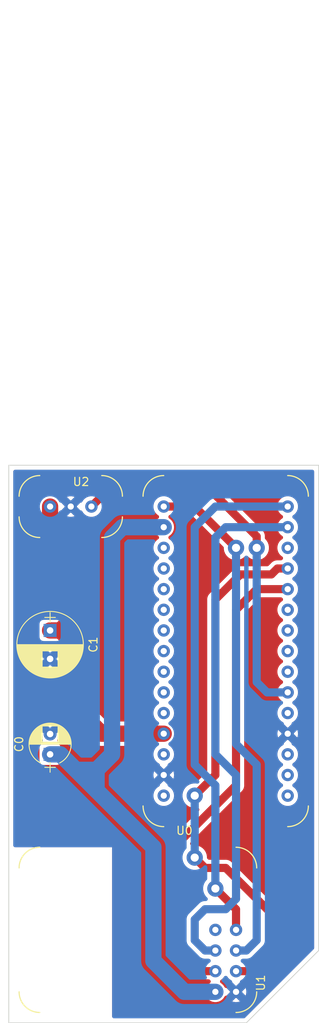
<source format=kicad_pcb>
(kicad_pcb (version 20171130) (host pcbnew "(5.1.8)-1")

  (general
    (thickness 1.6)
    (drawings 5)
    (tracks 84)
    (zones 0)
    (modules 5)
    (nets 31)
  )

  (page A4)
  (layers
    (0 F.Cu signal)
    (31 B.Cu signal)
    (32 B.Adhes user)
    (33 F.Adhes user)
    (34 B.Paste user)
    (35 F.Paste user)
    (36 B.SilkS user)
    (37 F.SilkS user)
    (38 B.Mask user)
    (39 F.Mask user)
    (40 Dwgs.User user)
    (41 Cmts.User user)
    (42 Eco1.User user)
    (43 Eco2.User user)
    (44 Edge.Cuts user)
    (45 Margin user)
    (46 B.CrtYd user)
    (47 F.CrtYd user)
    (48 B.Fab user)
    (49 F.Fab user)
  )

  (setup
    (last_trace_width 1)
    (trace_clearance 0.5)
    (zone_clearance 0.508)
    (zone_45_only no)
    (trace_min 0.2)
    (via_size 2)
    (via_drill 1)
    (via_min_size 0.4)
    (via_min_drill 0.3)
    (uvia_size 1)
    (uvia_drill 0.5)
    (uvias_allowed no)
    (uvia_min_size 0.2)
    (uvia_min_drill 0.1)
    (edge_width 0.05)
    (segment_width 0.2)
    (pcb_text_width 0.3)
    (pcb_text_size 1.5 1.5)
    (mod_edge_width 0.12)
    (mod_text_size 1 1)
    (mod_text_width 0.15)
    (pad_size 1.524 1.524)
    (pad_drill 0.762)
    (pad_to_mask_clearance 0)
    (aux_axis_origin 97.79 163.83)
    (grid_origin 97.79 163.83)
    (visible_elements 7FFFFFFF)
    (pcbplotparams
      (layerselection 0x010fc_ffffffff)
      (usegerberextensions false)
      (usegerberattributes true)
      (usegerberadvancedattributes true)
      (creategerberjobfile true)
      (excludeedgelayer true)
      (linewidth 0.100000)
      (plotframeref false)
      (viasonmask false)
      (mode 1)
      (useauxorigin false)
      (hpglpennumber 1)
      (hpglpenspeed 20)
      (hpglpendiameter 15.000000)
      (psnegative false)
      (psa4output false)
      (plotreference true)
      (plotvalue true)
      (plotinvisibletext false)
      (padsonsilk false)
      (subtractmaskfromsilk false)
      (outputformat 1)
      (mirror false)
      (drillshape 0)
      (scaleselection 1)
      (outputdirectory "gerber/"))
  )

  (net 0 "")
  (net 1 /3V3)
  (net 2 /GND)
  (net 3 /5V0)
  (net 4 "Net-(U0-Pad30)")
  (net 5 "Net-(U0-Pad29)")
  (net 6 /SCK)
  (net 7 "Net-(U0-Pad3)")
  (net 8 "Net-(U0-Pad5)")
  (net 9 "Net-(U0-Pad6)")
  (net 10 "Net-(U0-Pad7)")
  (net 11 "Net-(U0-Pad8)")
  (net 12 "Net-(U0-Pad9)")
  (net 13 "Net-(U0-Pad10)")
  (net 14 "Net-(U0-Pad11)")
  (net 15 "Net-(U0-Pad13)")
  (net 16 "Net-(U0-Pad15)")
  (net 17 /MISO)
  (net 18 /MOSI)
  (net 19 "Net-(U0-Pad18)")
  (net 20 /CE)
  (net 21 /CSN)
  (net 22 "Net-(U0-Pad21)")
  (net 23 "Net-(U0-Pad22)")
  (net 24 "Net-(U0-Pad23)")
  (net 25 "Net-(U0-Pad24)")
  (net 26 "Net-(U0-Pad26)")
  (net 27 "Net-(U0-Pad28)")
  (net 28 "Net-(U1-Pad8)")
  (net 29 "Net-(U0-Pad4)")
  (net 30 /IR_OUT)

  (net_class Default "This is the default net class."
    (clearance 0.5)
    (trace_width 1)
    (via_dia 2)
    (via_drill 1)
    (uvia_dia 1)
    (uvia_drill 0.5)
    (diff_pair_width 1)
    (diff_pair_gap 0.5)
    (add_net /CE)
    (add_net /CSN)
    (add_net /IR_OUT)
    (add_net /MISO)
    (add_net /MOSI)
    (add_net /SCK)
    (add_net "Net-(U0-Pad10)")
    (add_net "Net-(U0-Pad11)")
    (add_net "Net-(U0-Pad13)")
    (add_net "Net-(U0-Pad15)")
    (add_net "Net-(U0-Pad18)")
    (add_net "Net-(U0-Pad21)")
    (add_net "Net-(U0-Pad22)")
    (add_net "Net-(U0-Pad23)")
    (add_net "Net-(U0-Pad24)")
    (add_net "Net-(U0-Pad26)")
    (add_net "Net-(U0-Pad28)")
    (add_net "Net-(U0-Pad29)")
    (add_net "Net-(U0-Pad3)")
    (add_net "Net-(U0-Pad30)")
    (add_net "Net-(U0-Pad4)")
    (add_net "Net-(U0-Pad5)")
    (add_net "Net-(U0-Pad6)")
    (add_net "Net-(U0-Pad7)")
    (add_net "Net-(U0-Pad8)")
    (add_net "Net-(U0-Pad9)")
    (add_net "Net-(U1-Pad8)")
  )

  (net_class Power ""
    (clearance 0.5)
    (trace_width 2)
    (via_dia 2)
    (via_drill 1)
    (uvia_dia 1)
    (uvia_drill 0.5)
    (diff_pair_width 1)
    (diff_pair_gap 0.5)
    (add_net /3V3)
    (add_net /5V0)
    (add_net /GND)
  )

  (module custom_arduino:wire_ir (layer F.Cu) (tedit 5FB4B39C) (tstamp 5FB4C5F1)
    (at 107.95 100.33 180)
    (path /5FB4C85E)
    (fp_text reference U2 (at 1.27 3.04) (layer F.SilkS)
      (effects (font (size 1 1) (thickness 0.15)))
    )
    (fp_text value wire_ir (at 2.54 -3.04) (layer F.Fab)
      (effects (font (size 1 1) (thickness 0.15)))
    )
    (fp_arc (start -1.27 -1.27) (end -3.81 -1.27) (angle 90) (layer F.SilkS) (width 0.15))
    (fp_arc (start 6.35 -1.27) (end 6.35 -3.81) (angle 90) (layer F.SilkS) (width 0.15))
    (fp_arc (start 6.35 1.27) (end 8.89 1.27) (angle 90) (layer F.SilkS) (width 0.15))
    (fp_arc (start -1.27 1.27) (end -1.27 3.81) (angle 90) (layer F.SilkS) (width 0.15))
    (pad 1 thru_hole circle (at 0 0 180) (size 1.524 1.524) (drill 0.762) (layers *.Cu *.Mask)
      (net 30 /IR_OUT))
    (pad 2 thru_hole circle (at 2.54 0 180) (size 1.524 1.524) (drill 0.762) (layers *.Cu *.Mask)
      (net 2 /GND))
    (pad 3 thru_hole circle (at 5.08 0 180) (size 1.524 1.524) (drill 0.762) (layers *.Cu *.Mask)
      (net 3 /5V0))
  )

  (module custom_arduino:rf24 (layer F.Cu) (tedit 5FB494FD) (tstamp 5FB4D18A)
    (at 125.73 160.02 90)
    (path /5FB58C4D)
    (fp_text reference U1 (at 0 3.04 90) (layer F.SilkS)
      (effects (font (size 1 1) (thickness 0.15)) (justify left))
    )
    (fp_text value rf24 (at 7.62 -5.58 90) (layer F.Fab)
      (effects (font (size 1 1) (thickness 0.15)))
    )
    (fp_arc (start 0 -24.13) (end -2.54 -24.13) (angle 90) (layer F.SilkS) (width 0.15))
    (fp_arc (start 15.24 -24.13) (end 15.24 -26.67) (angle 90) (layer F.SilkS) (width 0.15))
    (fp_arc (start 15.24 0) (end 17.78 0) (angle 90) (layer F.SilkS) (width 0.15))
    (fp_arc (start 0 0) (end 0 2.54) (angle 90) (layer F.SilkS) (width 0.15))
    (pad 1 thru_hole circle (at 0 0 90) (size 1.524 1.524) (drill 0.762) (layers *.Cu *.Mask)
      (net 2 /GND))
    (pad 2 thru_hole circle (at 2.54 0 90) (size 1.524 1.524) (drill 0.762) (layers *.Cu *.Mask)
      (net 20 /CE))
    (pad 3 thru_hole circle (at 5.08 0 90) (size 1.524 1.524) (drill 0.762) (layers *.Cu *.Mask)
      (net 6 /SCK))
    (pad 4 thru_hole circle (at 7.62 0 90) (size 1.524 1.524) (drill 0.762) (layers *.Cu *.Mask)
      (net 17 /MISO))
    (pad 8 thru_hole circle (at 7.62 -2.54 90) (size 1.524 1.524) (drill 0.762) (layers *.Cu *.Mask)
      (net 28 "Net-(U1-Pad8)"))
    (pad 7 thru_hole circle (at 5.08 -2.54 90) (size 1.524 1.524) (drill 0.762) (layers *.Cu *.Mask)
      (net 18 /MOSI))
    (pad 6 thru_hole circle (at 2.54 -2.54 90) (size 1.524 1.524) (drill 0.762) (layers *.Cu *.Mask)
      (net 21 /CSN))
    (pad 5 thru_hole circle (at 0 -2.54 90) (size 1.524 1.524) (drill 0.762) (layers *.Cu *.Mask)
      (net 1 /3V3))
  )

  (module custom_arduino:arduino_nano (layer F.Cu) (tedit 5FB4992C) (tstamp 5FB4CC05)
    (at 116.84 134.62)
    (path /5FB53E9D)
    (fp_text reference U0 (at 2.54 5.58) (layer F.SilkS)
      (effects (font (size 1 1) (thickness 0.15)))
    )
    (fp_text value arduino_nano (at 7.62 -4.31) (layer F.Fab)
      (effects (font (size 1 1) (thickness 0.15)))
    )
    (fp_line (start 12.7 -38.1) (end 12.7 -96.52) (layer F.Fab) (width 0.15))
    (fp_line (start 2.54 -38.1) (end 2.54 -96.52) (layer F.Fab) (width 0.15))
    (fp_text user "usb runway" (at 7.62 -55.88) (layer F.Fab)
      (effects (font (size 1.27 1.27) (thickness 0.15)))
    )
    (fp_arc (start 0 2.54) (end 0 5.08) (angle 90) (layer F.SilkS) (width 0.15))
    (fp_arc (start 15.24 2.54) (end 17.78 2.54) (angle 90) (layer F.SilkS) (width 0.15))
    (fp_arc (start 15.24 -35.56) (end 15.24 -38.1) (angle 90) (layer F.SilkS) (width 0.15))
    (fp_arc (start 0 -35.56) (end -2.54 -35.56) (angle 90) (layer F.SilkS) (width 0.15))
    (pad 30 thru_hole circle (at 15.24 1.27) (size 1.524 1.524) (drill 0.762) (layers *.Cu *.Mask)
      (net 4 "Net-(U0-Pad30)"))
    (pad 29 thru_hole circle (at 15.24 -1.27) (size 1.524 1.524) (drill 0.762) (layers *.Cu *.Mask)
      (net 5 "Net-(U0-Pad29)"))
    (pad 1 thru_hole circle (at 0 -34.29) (size 1.524 1.524) (drill 0.762) (layers *.Cu *.Mask)
      (net 6 /SCK))
    (pad 2 thru_hole circle (at 0 -31.75) (size 1.524 1.524) (drill 0.762) (layers *.Cu *.Mask)
      (net 1 /3V3))
    (pad 3 thru_hole circle (at 0 -29.21) (size 1.524 1.524) (drill 0.762) (layers *.Cu *.Mask)
      (net 7 "Net-(U0-Pad3)"))
    (pad 4 thru_hole circle (at 0 -26.67) (size 1.524 1.524) (drill 0.762) (layers *.Cu *.Mask)
      (net 29 "Net-(U0-Pad4)"))
    (pad 5 thru_hole circle (at 0 -24.13) (size 1.524 1.524) (drill 0.762) (layers *.Cu *.Mask)
      (net 8 "Net-(U0-Pad5)"))
    (pad 6 thru_hole circle (at 0 -21.59) (size 1.524 1.524) (drill 0.762) (layers *.Cu *.Mask)
      (net 9 "Net-(U0-Pad6)"))
    (pad 7 thru_hole circle (at 0 -19.05) (size 1.524 1.524) (drill 0.762) (layers *.Cu *.Mask)
      (net 10 "Net-(U0-Pad7)"))
    (pad 8 thru_hole circle (at 0 -16.51) (size 1.524 1.524) (drill 0.762) (layers *.Cu *.Mask)
      (net 11 "Net-(U0-Pad8)"))
    (pad 9 thru_hole circle (at 0 -13.97) (size 1.524 1.524) (drill 0.762) (layers *.Cu *.Mask)
      (net 12 "Net-(U0-Pad9)"))
    (pad 10 thru_hole circle (at 0 -11.43) (size 1.524 1.524) (drill 0.762) (layers *.Cu *.Mask)
      (net 13 "Net-(U0-Pad10)"))
    (pad 11 thru_hole circle (at 0 -8.89) (size 1.524 1.524) (drill 0.762) (layers *.Cu *.Mask)
      (net 14 "Net-(U0-Pad11)"))
    (pad 12 thru_hole circle (at 0 -6.35) (size 1.524 1.524) (drill 0.762) (layers *.Cu *.Mask)
      (net 3 /5V0))
    (pad 13 thru_hole circle (at 0 -3.81) (size 1.524 1.524) (drill 0.762) (layers *.Cu *.Mask)
      (net 15 "Net-(U0-Pad13)"))
    (pad 14 thru_hole circle (at 0 -1.27) (size 1.524 1.524) (drill 0.762) (layers *.Cu *.Mask)
      (net 2 /GND))
    (pad 15 thru_hole circle (at 0 1.27) (size 1.524 1.524) (drill 0.762) (layers *.Cu *.Mask)
      (net 16 "Net-(U0-Pad15)"))
    (pad 16 thru_hole circle (at 15.24 -34.29) (size 1.524 1.524) (drill 0.762) (layers *.Cu *.Mask)
      (net 17 /MISO))
    (pad 17 thru_hole circle (at 15.24 -31.75) (size 1.524 1.524) (drill 0.762) (layers *.Cu *.Mask)
      (net 18 /MOSI))
    (pad 18 thru_hole circle (at 15.24 -29.21) (size 1.524 1.524) (drill 0.762) (layers *.Cu *.Mask)
      (net 19 "Net-(U0-Pad18)"))
    (pad 19 thru_hole circle (at 15.24 -26.67) (size 1.524 1.524) (drill 0.762) (layers *.Cu *.Mask)
      (net 20 /CE))
    (pad 20 thru_hole circle (at 15.24 -24.13) (size 1.524 1.524) (drill 0.762) (layers *.Cu *.Mask)
      (net 21 /CSN))
    (pad 21 thru_hole circle (at 15.24 -21.59) (size 1.524 1.524) (drill 0.762) (layers *.Cu *.Mask)
      (net 22 "Net-(U0-Pad21)"))
    (pad 22 thru_hole circle (at 15.24 -19.05) (size 1.524 1.524) (drill 0.762) (layers *.Cu *.Mask)
      (net 23 "Net-(U0-Pad22)"))
    (pad 23 thru_hole circle (at 15.24 -16.51) (size 1.524 1.524) (drill 0.762) (layers *.Cu *.Mask)
      (net 24 "Net-(U0-Pad23)"))
    (pad 24 thru_hole circle (at 15.24 -13.97) (size 1.524 1.524) (drill 0.762) (layers *.Cu *.Mask)
      (net 25 "Net-(U0-Pad24)"))
    (pad 25 thru_hole circle (at 15.24 -11.43) (size 1.524 1.524) (drill 0.762) (layers *.Cu *.Mask)
      (net 30 /IR_OUT))
    (pad 26 thru_hole circle (at 15.24 -8.89) (size 1.524 1.524) (drill 0.762) (layers *.Cu *.Mask)
      (net 26 "Net-(U0-Pad26)"))
    (pad 27 thru_hole circle (at 15.24 -6.35) (size 1.524 1.524) (drill 0.762) (layers *.Cu *.Mask)
      (net 2 /GND))
    (pad 28 thru_hole circle (at 15.24 -3.81) (size 1.524 1.524) (drill 0.762) (layers *.Cu *.Mask)
      (net 27 "Net-(U0-Pad28)"))
  )

  (module Capacitors_THT:CP_Radial_D8.0mm_P3.50mm (layer F.Cu) (tedit 597BC7C2) (tstamp 5FB4CBDC)
    (at 102.87 115.57 270)
    (descr "CP, Radial series, Radial, pin pitch=3.50mm, , diameter=8mm, Electrolytic Capacitor")
    (tags "CP Radial series Radial pin pitch 3.50mm  diameter 8mm Electrolytic Capacitor")
    (path /5FB6C448)
    (fp_text reference C1 (at 1.75 -5.31 90) (layer F.SilkS)
      (effects (font (size 1 1) (thickness 0.15)))
    )
    (fp_text value 1000u (at 1.75 5.31 90) (layer F.Fab)
      (effects (font (size 1 1) (thickness 0.15)))
    )
    (fp_line (start 6.1 -4.35) (end -2.6 -4.35) (layer F.CrtYd) (width 0.05))
    (fp_line (start 6.1 4.35) (end 6.1 -4.35) (layer F.CrtYd) (width 0.05))
    (fp_line (start -2.6 4.35) (end 6.1 4.35) (layer F.CrtYd) (width 0.05))
    (fp_line (start -2.6 -4.35) (end -2.6 4.35) (layer F.CrtYd) (width 0.05))
    (fp_line (start -1.6 -0.65) (end -1.6 0.65) (layer F.SilkS) (width 0.12))
    (fp_line (start -2.2 0) (end -1 0) (layer F.SilkS) (width 0.12))
    (fp_line (start 5.831 -0.246) (end 5.831 0.246) (layer F.SilkS) (width 0.12))
    (fp_line (start 5.791 -0.598) (end 5.791 0.598) (layer F.SilkS) (width 0.12))
    (fp_line (start 5.751 -0.814) (end 5.751 0.814) (layer F.SilkS) (width 0.12))
    (fp_line (start 5.711 -0.983) (end 5.711 0.983) (layer F.SilkS) (width 0.12))
    (fp_line (start 5.671 -1.127) (end 5.671 1.127) (layer F.SilkS) (width 0.12))
    (fp_line (start 5.631 -1.254) (end 5.631 1.254) (layer F.SilkS) (width 0.12))
    (fp_line (start 5.591 -1.369) (end 5.591 1.369) (layer F.SilkS) (width 0.12))
    (fp_line (start 5.551 -1.473) (end 5.551 1.473) (layer F.SilkS) (width 0.12))
    (fp_line (start 5.511 -1.57) (end 5.511 1.57) (layer F.SilkS) (width 0.12))
    (fp_line (start 5.471 -1.66) (end 5.471 1.66) (layer F.SilkS) (width 0.12))
    (fp_line (start 5.431 -1.745) (end 5.431 1.745) (layer F.SilkS) (width 0.12))
    (fp_line (start 5.391 -1.826) (end 5.391 1.826) (layer F.SilkS) (width 0.12))
    (fp_line (start 5.351 -1.902) (end 5.351 1.902) (layer F.SilkS) (width 0.12))
    (fp_line (start 5.311 -1.974) (end 5.311 1.974) (layer F.SilkS) (width 0.12))
    (fp_line (start 5.271 -2.043) (end 5.271 2.043) (layer F.SilkS) (width 0.12))
    (fp_line (start 5.231 -2.109) (end 5.231 2.109) (layer F.SilkS) (width 0.12))
    (fp_line (start 5.191 -2.173) (end 5.191 2.173) (layer F.SilkS) (width 0.12))
    (fp_line (start 5.151 -2.234) (end 5.151 2.234) (layer F.SilkS) (width 0.12))
    (fp_line (start 5.111 -2.293) (end 5.111 2.293) (layer F.SilkS) (width 0.12))
    (fp_line (start 5.071 -2.349) (end 5.071 2.349) (layer F.SilkS) (width 0.12))
    (fp_line (start 5.031 -2.404) (end 5.031 2.404) (layer F.SilkS) (width 0.12))
    (fp_line (start 4.991 -2.457) (end 4.991 2.457) (layer F.SilkS) (width 0.12))
    (fp_line (start 4.951 -2.508) (end 4.951 2.508) (layer F.SilkS) (width 0.12))
    (fp_line (start 4.911 -2.557) (end 4.911 2.557) (layer F.SilkS) (width 0.12))
    (fp_line (start 4.871 -2.605) (end 4.871 2.605) (layer F.SilkS) (width 0.12))
    (fp_line (start 4.831 -2.652) (end 4.831 2.652) (layer F.SilkS) (width 0.12))
    (fp_line (start 4.791 -2.697) (end 4.791 2.697) (layer F.SilkS) (width 0.12))
    (fp_line (start 4.751 -2.74) (end 4.751 2.74) (layer F.SilkS) (width 0.12))
    (fp_line (start 4.711 -2.783) (end 4.711 2.783) (layer F.SilkS) (width 0.12))
    (fp_line (start 4.671 -2.824) (end 4.671 2.824) (layer F.SilkS) (width 0.12))
    (fp_line (start 4.631 -2.865) (end 4.631 2.865) (layer F.SilkS) (width 0.12))
    (fp_line (start 4.591 -2.904) (end 4.591 2.904) (layer F.SilkS) (width 0.12))
    (fp_line (start 4.551 -2.942) (end 4.551 2.942) (layer F.SilkS) (width 0.12))
    (fp_line (start 4.511 -2.979) (end 4.511 2.979) (layer F.SilkS) (width 0.12))
    (fp_line (start 4.471 0.98) (end 4.471 3.015) (layer F.SilkS) (width 0.12))
    (fp_line (start 4.471 -3.015) (end 4.471 -0.98) (layer F.SilkS) (width 0.12))
    (fp_line (start 4.431 0.98) (end 4.431 3.05) (layer F.SilkS) (width 0.12))
    (fp_line (start 4.431 -3.05) (end 4.431 -0.98) (layer F.SilkS) (width 0.12))
    (fp_line (start 4.391 0.98) (end 4.391 3.084) (layer F.SilkS) (width 0.12))
    (fp_line (start 4.391 -3.084) (end 4.391 -0.98) (layer F.SilkS) (width 0.12))
    (fp_line (start 4.351 0.98) (end 4.351 3.118) (layer F.SilkS) (width 0.12))
    (fp_line (start 4.351 -3.118) (end 4.351 -0.98) (layer F.SilkS) (width 0.12))
    (fp_line (start 4.311 0.98) (end 4.311 3.15) (layer F.SilkS) (width 0.12))
    (fp_line (start 4.311 -3.15) (end 4.311 -0.98) (layer F.SilkS) (width 0.12))
    (fp_line (start 4.271 0.98) (end 4.271 3.182) (layer F.SilkS) (width 0.12))
    (fp_line (start 4.271 -3.182) (end 4.271 -0.98) (layer F.SilkS) (width 0.12))
    (fp_line (start 4.231 0.98) (end 4.231 3.213) (layer F.SilkS) (width 0.12))
    (fp_line (start 4.231 -3.213) (end 4.231 -0.98) (layer F.SilkS) (width 0.12))
    (fp_line (start 4.191 0.98) (end 4.191 3.243) (layer F.SilkS) (width 0.12))
    (fp_line (start 4.191 -3.243) (end 4.191 -0.98) (layer F.SilkS) (width 0.12))
    (fp_line (start 4.151 0.98) (end 4.151 3.272) (layer F.SilkS) (width 0.12))
    (fp_line (start 4.151 -3.272) (end 4.151 -0.98) (layer F.SilkS) (width 0.12))
    (fp_line (start 4.111 0.98) (end 4.111 3.301) (layer F.SilkS) (width 0.12))
    (fp_line (start 4.111 -3.301) (end 4.111 -0.98) (layer F.SilkS) (width 0.12))
    (fp_line (start 4.071 0.98) (end 4.071 3.329) (layer F.SilkS) (width 0.12))
    (fp_line (start 4.071 -3.329) (end 4.071 -0.98) (layer F.SilkS) (width 0.12))
    (fp_line (start 4.031 0.98) (end 4.031 3.356) (layer F.SilkS) (width 0.12))
    (fp_line (start 4.031 -3.356) (end 4.031 -0.98) (layer F.SilkS) (width 0.12))
    (fp_line (start 3.991 0.98) (end 3.991 3.383) (layer F.SilkS) (width 0.12))
    (fp_line (start 3.991 -3.383) (end 3.991 -0.98) (layer F.SilkS) (width 0.12))
    (fp_line (start 3.951 0.98) (end 3.951 3.408) (layer F.SilkS) (width 0.12))
    (fp_line (start 3.951 -3.408) (end 3.951 -0.98) (layer F.SilkS) (width 0.12))
    (fp_line (start 3.911 0.98) (end 3.911 3.434) (layer F.SilkS) (width 0.12))
    (fp_line (start 3.911 -3.434) (end 3.911 -0.98) (layer F.SilkS) (width 0.12))
    (fp_line (start 3.871 0.98) (end 3.871 3.458) (layer F.SilkS) (width 0.12))
    (fp_line (start 3.871 -3.458) (end 3.871 -0.98) (layer F.SilkS) (width 0.12))
    (fp_line (start 3.831 0.98) (end 3.831 3.482) (layer F.SilkS) (width 0.12))
    (fp_line (start 3.831 -3.482) (end 3.831 -0.98) (layer F.SilkS) (width 0.12))
    (fp_line (start 3.791 0.98) (end 3.791 3.505) (layer F.SilkS) (width 0.12))
    (fp_line (start 3.791 -3.505) (end 3.791 -0.98) (layer F.SilkS) (width 0.12))
    (fp_line (start 3.751 0.98) (end 3.751 3.528) (layer F.SilkS) (width 0.12))
    (fp_line (start 3.751 -3.528) (end 3.751 -0.98) (layer F.SilkS) (width 0.12))
    (fp_line (start 3.711 0.98) (end 3.711 3.55) (layer F.SilkS) (width 0.12))
    (fp_line (start 3.711 -3.55) (end 3.711 -0.98) (layer F.SilkS) (width 0.12))
    (fp_line (start 3.671 0.98) (end 3.671 3.572) (layer F.SilkS) (width 0.12))
    (fp_line (start 3.671 -3.572) (end 3.671 -0.98) (layer F.SilkS) (width 0.12))
    (fp_line (start 3.631 0.98) (end 3.631 3.593) (layer F.SilkS) (width 0.12))
    (fp_line (start 3.631 -3.593) (end 3.631 -0.98) (layer F.SilkS) (width 0.12))
    (fp_line (start 3.591 0.98) (end 3.591 3.613) (layer F.SilkS) (width 0.12))
    (fp_line (start 3.591 -3.613) (end 3.591 -0.98) (layer F.SilkS) (width 0.12))
    (fp_line (start 3.551 0.98) (end 3.551 3.633) (layer F.SilkS) (width 0.12))
    (fp_line (start 3.551 -3.633) (end 3.551 -0.98) (layer F.SilkS) (width 0.12))
    (fp_line (start 3.511 0.98) (end 3.511 3.652) (layer F.SilkS) (width 0.12))
    (fp_line (start 3.511 -3.652) (end 3.511 -0.98) (layer F.SilkS) (width 0.12))
    (fp_line (start 3.471 0.98) (end 3.471 3.671) (layer F.SilkS) (width 0.12))
    (fp_line (start 3.471 -3.671) (end 3.471 -0.98) (layer F.SilkS) (width 0.12))
    (fp_line (start 3.431 0.98) (end 3.431 3.69) (layer F.SilkS) (width 0.12))
    (fp_line (start 3.431 -3.69) (end 3.431 -0.98) (layer F.SilkS) (width 0.12))
    (fp_line (start 3.391 0.98) (end 3.391 3.707) (layer F.SilkS) (width 0.12))
    (fp_line (start 3.391 -3.707) (end 3.391 -0.98) (layer F.SilkS) (width 0.12))
    (fp_line (start 3.351 0.98) (end 3.351 3.725) (layer F.SilkS) (width 0.12))
    (fp_line (start 3.351 -3.725) (end 3.351 -0.98) (layer F.SilkS) (width 0.12))
    (fp_line (start 3.311 0.98) (end 3.311 3.741) (layer F.SilkS) (width 0.12))
    (fp_line (start 3.311 -3.741) (end 3.311 -0.98) (layer F.SilkS) (width 0.12))
    (fp_line (start 3.271 0.98) (end 3.271 3.758) (layer F.SilkS) (width 0.12))
    (fp_line (start 3.271 -3.758) (end 3.271 -0.98) (layer F.SilkS) (width 0.12))
    (fp_line (start 3.231 0.98) (end 3.231 3.773) (layer F.SilkS) (width 0.12))
    (fp_line (start 3.231 -3.773) (end 3.231 -0.98) (layer F.SilkS) (width 0.12))
    (fp_line (start 3.191 0.98) (end 3.191 3.789) (layer F.SilkS) (width 0.12))
    (fp_line (start 3.191 -3.789) (end 3.191 -0.98) (layer F.SilkS) (width 0.12))
    (fp_line (start 3.151 0.98) (end 3.151 3.803) (layer F.SilkS) (width 0.12))
    (fp_line (start 3.151 -3.803) (end 3.151 -0.98) (layer F.SilkS) (width 0.12))
    (fp_line (start 3.111 0.98) (end 3.111 3.818) (layer F.SilkS) (width 0.12))
    (fp_line (start 3.111 -3.818) (end 3.111 -0.98) (layer F.SilkS) (width 0.12))
    (fp_line (start 3.071 0.98) (end 3.071 3.832) (layer F.SilkS) (width 0.12))
    (fp_line (start 3.071 -3.832) (end 3.071 -0.98) (layer F.SilkS) (width 0.12))
    (fp_line (start 3.031 0.98) (end 3.031 3.845) (layer F.SilkS) (width 0.12))
    (fp_line (start 3.031 -3.845) (end 3.031 -0.98) (layer F.SilkS) (width 0.12))
    (fp_line (start 2.991 0.98) (end 2.991 3.858) (layer F.SilkS) (width 0.12))
    (fp_line (start 2.991 -3.858) (end 2.991 -0.98) (layer F.SilkS) (width 0.12))
    (fp_line (start 2.951 0.98) (end 2.951 3.87) (layer F.SilkS) (width 0.12))
    (fp_line (start 2.951 -3.87) (end 2.951 -0.98) (layer F.SilkS) (width 0.12))
    (fp_line (start 2.911 0.98) (end 2.911 3.883) (layer F.SilkS) (width 0.12))
    (fp_line (start 2.911 -3.883) (end 2.911 -0.98) (layer F.SilkS) (width 0.12))
    (fp_line (start 2.871 0.98) (end 2.871 3.894) (layer F.SilkS) (width 0.12))
    (fp_line (start 2.871 -3.894) (end 2.871 -0.98) (layer F.SilkS) (width 0.12))
    (fp_line (start 2.831 0.98) (end 2.831 3.905) (layer F.SilkS) (width 0.12))
    (fp_line (start 2.831 -3.905) (end 2.831 -0.98) (layer F.SilkS) (width 0.12))
    (fp_line (start 2.791 0.98) (end 2.791 3.916) (layer F.SilkS) (width 0.12))
    (fp_line (start 2.791 -3.916) (end 2.791 -0.98) (layer F.SilkS) (width 0.12))
    (fp_line (start 2.751 0.98) (end 2.751 3.926) (layer F.SilkS) (width 0.12))
    (fp_line (start 2.751 -3.926) (end 2.751 -0.98) (layer F.SilkS) (width 0.12))
    (fp_line (start 2.711 0.98) (end 2.711 3.936) (layer F.SilkS) (width 0.12))
    (fp_line (start 2.711 -3.936) (end 2.711 -0.98) (layer F.SilkS) (width 0.12))
    (fp_line (start 2.671 0.98) (end 2.671 3.946) (layer F.SilkS) (width 0.12))
    (fp_line (start 2.671 -3.946) (end 2.671 -0.98) (layer F.SilkS) (width 0.12))
    (fp_line (start 2.631 0.98) (end 2.631 3.955) (layer F.SilkS) (width 0.12))
    (fp_line (start 2.631 -3.955) (end 2.631 -0.98) (layer F.SilkS) (width 0.12))
    (fp_line (start 2.591 0.98) (end 2.591 3.963) (layer F.SilkS) (width 0.12))
    (fp_line (start 2.591 -3.963) (end 2.591 -0.98) (layer F.SilkS) (width 0.12))
    (fp_line (start 2.551 0.98) (end 2.551 3.971) (layer F.SilkS) (width 0.12))
    (fp_line (start 2.551 -3.971) (end 2.551 -0.98) (layer F.SilkS) (width 0.12))
    (fp_line (start 2.511 -3.979) (end 2.511 3.979) (layer F.SilkS) (width 0.12))
    (fp_line (start 2.471 -3.987) (end 2.471 3.987) (layer F.SilkS) (width 0.12))
    (fp_line (start 2.43 -3.994) (end 2.43 3.994) (layer F.SilkS) (width 0.12))
    (fp_line (start 2.39 -4) (end 2.39 4) (layer F.SilkS) (width 0.12))
    (fp_line (start 2.35 -4.006) (end 2.35 4.006) (layer F.SilkS) (width 0.12))
    (fp_line (start 2.31 -4.012) (end 2.31 4.012) (layer F.SilkS) (width 0.12))
    (fp_line (start 2.27 -4.017) (end 2.27 4.017) (layer F.SilkS) (width 0.12))
    (fp_line (start 2.23 -4.022) (end 2.23 4.022) (layer F.SilkS) (width 0.12))
    (fp_line (start 2.19 -4.027) (end 2.19 4.027) (layer F.SilkS) (width 0.12))
    (fp_line (start 2.15 -4.031) (end 2.15 4.031) (layer F.SilkS) (width 0.12))
    (fp_line (start 2.11 -4.035) (end 2.11 4.035) (layer F.SilkS) (width 0.12))
    (fp_line (start 2.07 -4.038) (end 2.07 4.038) (layer F.SilkS) (width 0.12))
    (fp_line (start 2.03 -4.041) (end 2.03 4.041) (layer F.SilkS) (width 0.12))
    (fp_line (start 1.99 -4.043) (end 1.99 4.043) (layer F.SilkS) (width 0.12))
    (fp_line (start 1.95 -4.046) (end 1.95 4.046) (layer F.SilkS) (width 0.12))
    (fp_line (start 1.91 -4.047) (end 1.91 4.047) (layer F.SilkS) (width 0.12))
    (fp_line (start 1.87 -4.049) (end 1.87 4.049) (layer F.SilkS) (width 0.12))
    (fp_line (start 1.83 -4.05) (end 1.83 4.05) (layer F.SilkS) (width 0.12))
    (fp_line (start 1.79 -4.05) (end 1.79 4.05) (layer F.SilkS) (width 0.12))
    (fp_line (start 1.75 -4.05) (end 1.75 4.05) (layer F.SilkS) (width 0.12))
    (fp_line (start -1.6 -0.65) (end -1.6 0.65) (layer F.Fab) (width 0.1))
    (fp_line (start -2.2 0) (end -1 0) (layer F.Fab) (width 0.1))
    (fp_circle (center 1.75 0) (end 5.84 0) (layer F.SilkS) (width 0.12))
    (fp_circle (center 1.75 0) (end 5.75 0) (layer F.Fab) (width 0.1))
    (fp_text user %R (at 1.75 0 90) (layer F.Fab)
      (effects (font (size 1 1) (thickness 0.15)))
    )
    (pad 1 thru_hole rect (at 0 0 270) (size 1.6 1.6) (drill 0.8) (layers *.Cu *.Mask)
      (net 3 /5V0))
    (pad 2 thru_hole circle (at 3.5 0 270) (size 1.6 1.6) (drill 0.8) (layers *.Cu *.Mask)
      (net 2 /GND))
    (model ${KISYS3DMOD}/Capacitors_THT.3dshapes/CP_Radial_D8.0mm_P3.50mm.wrl
      (at (xyz 0 0 0))
      (scale (xyz 1 1 1))
      (rotate (xyz 0 0 0))
    )
  )

  (module Capacitors_THT:CP_Radial_D5.0mm_P2.50mm (layer F.Cu) (tedit 597BC7C2) (tstamp 5FB4CBD9)
    (at 102.87 130.81 90)
    (descr "CP, Radial series, Radial, pin pitch=2.50mm, , diameter=5mm, Electrolytic Capacitor")
    (tags "CP Radial series Radial pin pitch 2.50mm  diameter 5mm Electrolytic Capacitor")
    (path /5FB635C2)
    (fp_text reference C0 (at 1.25 -3.81 90) (layer F.SilkS)
      (effects (font (size 1 1) (thickness 0.15)))
    )
    (fp_text value 100u (at 1.25 3.81 90) (layer F.Fab)
      (effects (font (size 1 1) (thickness 0.15)))
    )
    (fp_circle (center 1.25 0) (end 3.75 0) (layer F.Fab) (width 0.1))
    (fp_line (start -2.2 0) (end -1 0) (layer F.Fab) (width 0.1))
    (fp_line (start -1.6 -0.65) (end -1.6 0.65) (layer F.Fab) (width 0.1))
    (fp_line (start 1.25 -2.55) (end 1.25 2.55) (layer F.SilkS) (width 0.12))
    (fp_line (start 1.29 -2.55) (end 1.29 2.55) (layer F.SilkS) (width 0.12))
    (fp_line (start 1.33 -2.549) (end 1.33 2.549) (layer F.SilkS) (width 0.12))
    (fp_line (start 1.37 -2.548) (end 1.37 2.548) (layer F.SilkS) (width 0.12))
    (fp_line (start 1.41 -2.546) (end 1.41 2.546) (layer F.SilkS) (width 0.12))
    (fp_line (start 1.45 -2.543) (end 1.45 2.543) (layer F.SilkS) (width 0.12))
    (fp_line (start 1.49 -2.539) (end 1.49 2.539) (layer F.SilkS) (width 0.12))
    (fp_line (start 1.53 -2.535) (end 1.53 -0.98) (layer F.SilkS) (width 0.12))
    (fp_line (start 1.53 0.98) (end 1.53 2.535) (layer F.SilkS) (width 0.12))
    (fp_line (start 1.57 -2.531) (end 1.57 -0.98) (layer F.SilkS) (width 0.12))
    (fp_line (start 1.57 0.98) (end 1.57 2.531) (layer F.SilkS) (width 0.12))
    (fp_line (start 1.61 -2.525) (end 1.61 -0.98) (layer F.SilkS) (width 0.12))
    (fp_line (start 1.61 0.98) (end 1.61 2.525) (layer F.SilkS) (width 0.12))
    (fp_line (start 1.65 -2.519) (end 1.65 -0.98) (layer F.SilkS) (width 0.12))
    (fp_line (start 1.65 0.98) (end 1.65 2.519) (layer F.SilkS) (width 0.12))
    (fp_line (start 1.69 -2.513) (end 1.69 -0.98) (layer F.SilkS) (width 0.12))
    (fp_line (start 1.69 0.98) (end 1.69 2.513) (layer F.SilkS) (width 0.12))
    (fp_line (start 1.73 -2.506) (end 1.73 -0.98) (layer F.SilkS) (width 0.12))
    (fp_line (start 1.73 0.98) (end 1.73 2.506) (layer F.SilkS) (width 0.12))
    (fp_line (start 1.77 -2.498) (end 1.77 -0.98) (layer F.SilkS) (width 0.12))
    (fp_line (start 1.77 0.98) (end 1.77 2.498) (layer F.SilkS) (width 0.12))
    (fp_line (start 1.81 -2.489) (end 1.81 -0.98) (layer F.SilkS) (width 0.12))
    (fp_line (start 1.81 0.98) (end 1.81 2.489) (layer F.SilkS) (width 0.12))
    (fp_line (start 1.85 -2.48) (end 1.85 -0.98) (layer F.SilkS) (width 0.12))
    (fp_line (start 1.85 0.98) (end 1.85 2.48) (layer F.SilkS) (width 0.12))
    (fp_line (start 1.89 -2.47) (end 1.89 -0.98) (layer F.SilkS) (width 0.12))
    (fp_line (start 1.89 0.98) (end 1.89 2.47) (layer F.SilkS) (width 0.12))
    (fp_line (start 1.93 -2.46) (end 1.93 -0.98) (layer F.SilkS) (width 0.12))
    (fp_line (start 1.93 0.98) (end 1.93 2.46) (layer F.SilkS) (width 0.12))
    (fp_line (start 1.971 -2.448) (end 1.971 -0.98) (layer F.SilkS) (width 0.12))
    (fp_line (start 1.971 0.98) (end 1.971 2.448) (layer F.SilkS) (width 0.12))
    (fp_line (start 2.011 -2.436) (end 2.011 -0.98) (layer F.SilkS) (width 0.12))
    (fp_line (start 2.011 0.98) (end 2.011 2.436) (layer F.SilkS) (width 0.12))
    (fp_line (start 2.051 -2.424) (end 2.051 -0.98) (layer F.SilkS) (width 0.12))
    (fp_line (start 2.051 0.98) (end 2.051 2.424) (layer F.SilkS) (width 0.12))
    (fp_line (start 2.091 -2.41) (end 2.091 -0.98) (layer F.SilkS) (width 0.12))
    (fp_line (start 2.091 0.98) (end 2.091 2.41) (layer F.SilkS) (width 0.12))
    (fp_line (start 2.131 -2.396) (end 2.131 -0.98) (layer F.SilkS) (width 0.12))
    (fp_line (start 2.131 0.98) (end 2.131 2.396) (layer F.SilkS) (width 0.12))
    (fp_line (start 2.171 -2.382) (end 2.171 -0.98) (layer F.SilkS) (width 0.12))
    (fp_line (start 2.171 0.98) (end 2.171 2.382) (layer F.SilkS) (width 0.12))
    (fp_line (start 2.211 -2.366) (end 2.211 -0.98) (layer F.SilkS) (width 0.12))
    (fp_line (start 2.211 0.98) (end 2.211 2.366) (layer F.SilkS) (width 0.12))
    (fp_line (start 2.251 -2.35) (end 2.251 -0.98) (layer F.SilkS) (width 0.12))
    (fp_line (start 2.251 0.98) (end 2.251 2.35) (layer F.SilkS) (width 0.12))
    (fp_line (start 2.291 -2.333) (end 2.291 -0.98) (layer F.SilkS) (width 0.12))
    (fp_line (start 2.291 0.98) (end 2.291 2.333) (layer F.SilkS) (width 0.12))
    (fp_line (start 2.331 -2.315) (end 2.331 -0.98) (layer F.SilkS) (width 0.12))
    (fp_line (start 2.331 0.98) (end 2.331 2.315) (layer F.SilkS) (width 0.12))
    (fp_line (start 2.371 -2.296) (end 2.371 -0.98) (layer F.SilkS) (width 0.12))
    (fp_line (start 2.371 0.98) (end 2.371 2.296) (layer F.SilkS) (width 0.12))
    (fp_line (start 2.411 -2.276) (end 2.411 -0.98) (layer F.SilkS) (width 0.12))
    (fp_line (start 2.411 0.98) (end 2.411 2.276) (layer F.SilkS) (width 0.12))
    (fp_line (start 2.451 -2.256) (end 2.451 -0.98) (layer F.SilkS) (width 0.12))
    (fp_line (start 2.451 0.98) (end 2.451 2.256) (layer F.SilkS) (width 0.12))
    (fp_line (start 2.491 -2.234) (end 2.491 -0.98) (layer F.SilkS) (width 0.12))
    (fp_line (start 2.491 0.98) (end 2.491 2.234) (layer F.SilkS) (width 0.12))
    (fp_line (start 2.531 -2.212) (end 2.531 -0.98) (layer F.SilkS) (width 0.12))
    (fp_line (start 2.531 0.98) (end 2.531 2.212) (layer F.SilkS) (width 0.12))
    (fp_line (start 2.571 -2.189) (end 2.571 -0.98) (layer F.SilkS) (width 0.12))
    (fp_line (start 2.571 0.98) (end 2.571 2.189) (layer F.SilkS) (width 0.12))
    (fp_line (start 2.611 -2.165) (end 2.611 -0.98) (layer F.SilkS) (width 0.12))
    (fp_line (start 2.611 0.98) (end 2.611 2.165) (layer F.SilkS) (width 0.12))
    (fp_line (start 2.651 -2.14) (end 2.651 -0.98) (layer F.SilkS) (width 0.12))
    (fp_line (start 2.651 0.98) (end 2.651 2.14) (layer F.SilkS) (width 0.12))
    (fp_line (start 2.691 -2.113) (end 2.691 -0.98) (layer F.SilkS) (width 0.12))
    (fp_line (start 2.691 0.98) (end 2.691 2.113) (layer F.SilkS) (width 0.12))
    (fp_line (start 2.731 -2.086) (end 2.731 -0.98) (layer F.SilkS) (width 0.12))
    (fp_line (start 2.731 0.98) (end 2.731 2.086) (layer F.SilkS) (width 0.12))
    (fp_line (start 2.771 -2.058) (end 2.771 -0.98) (layer F.SilkS) (width 0.12))
    (fp_line (start 2.771 0.98) (end 2.771 2.058) (layer F.SilkS) (width 0.12))
    (fp_line (start 2.811 -2.028) (end 2.811 -0.98) (layer F.SilkS) (width 0.12))
    (fp_line (start 2.811 0.98) (end 2.811 2.028) (layer F.SilkS) (width 0.12))
    (fp_line (start 2.851 -1.997) (end 2.851 -0.98) (layer F.SilkS) (width 0.12))
    (fp_line (start 2.851 0.98) (end 2.851 1.997) (layer F.SilkS) (width 0.12))
    (fp_line (start 2.891 -1.965) (end 2.891 -0.98) (layer F.SilkS) (width 0.12))
    (fp_line (start 2.891 0.98) (end 2.891 1.965) (layer F.SilkS) (width 0.12))
    (fp_line (start 2.931 -1.932) (end 2.931 -0.98) (layer F.SilkS) (width 0.12))
    (fp_line (start 2.931 0.98) (end 2.931 1.932) (layer F.SilkS) (width 0.12))
    (fp_line (start 2.971 -1.897) (end 2.971 -0.98) (layer F.SilkS) (width 0.12))
    (fp_line (start 2.971 0.98) (end 2.971 1.897) (layer F.SilkS) (width 0.12))
    (fp_line (start 3.011 -1.861) (end 3.011 -0.98) (layer F.SilkS) (width 0.12))
    (fp_line (start 3.011 0.98) (end 3.011 1.861) (layer F.SilkS) (width 0.12))
    (fp_line (start 3.051 -1.823) (end 3.051 -0.98) (layer F.SilkS) (width 0.12))
    (fp_line (start 3.051 0.98) (end 3.051 1.823) (layer F.SilkS) (width 0.12))
    (fp_line (start 3.091 -1.783) (end 3.091 -0.98) (layer F.SilkS) (width 0.12))
    (fp_line (start 3.091 0.98) (end 3.091 1.783) (layer F.SilkS) (width 0.12))
    (fp_line (start 3.131 -1.742) (end 3.131 -0.98) (layer F.SilkS) (width 0.12))
    (fp_line (start 3.131 0.98) (end 3.131 1.742) (layer F.SilkS) (width 0.12))
    (fp_line (start 3.171 -1.699) (end 3.171 -0.98) (layer F.SilkS) (width 0.12))
    (fp_line (start 3.171 0.98) (end 3.171 1.699) (layer F.SilkS) (width 0.12))
    (fp_line (start 3.211 -1.654) (end 3.211 -0.98) (layer F.SilkS) (width 0.12))
    (fp_line (start 3.211 0.98) (end 3.211 1.654) (layer F.SilkS) (width 0.12))
    (fp_line (start 3.251 -1.606) (end 3.251 -0.98) (layer F.SilkS) (width 0.12))
    (fp_line (start 3.251 0.98) (end 3.251 1.606) (layer F.SilkS) (width 0.12))
    (fp_line (start 3.291 -1.556) (end 3.291 -0.98) (layer F.SilkS) (width 0.12))
    (fp_line (start 3.291 0.98) (end 3.291 1.556) (layer F.SilkS) (width 0.12))
    (fp_line (start 3.331 -1.504) (end 3.331 -0.98) (layer F.SilkS) (width 0.12))
    (fp_line (start 3.331 0.98) (end 3.331 1.504) (layer F.SilkS) (width 0.12))
    (fp_line (start 3.371 -1.448) (end 3.371 -0.98) (layer F.SilkS) (width 0.12))
    (fp_line (start 3.371 0.98) (end 3.371 1.448) (layer F.SilkS) (width 0.12))
    (fp_line (start 3.411 -1.39) (end 3.411 -0.98) (layer F.SilkS) (width 0.12))
    (fp_line (start 3.411 0.98) (end 3.411 1.39) (layer F.SilkS) (width 0.12))
    (fp_line (start 3.451 -1.327) (end 3.451 -0.98) (layer F.SilkS) (width 0.12))
    (fp_line (start 3.451 0.98) (end 3.451 1.327) (layer F.SilkS) (width 0.12))
    (fp_line (start 3.491 -1.261) (end 3.491 1.261) (layer F.SilkS) (width 0.12))
    (fp_line (start 3.531 -1.189) (end 3.531 1.189) (layer F.SilkS) (width 0.12))
    (fp_line (start 3.571 -1.112) (end 3.571 1.112) (layer F.SilkS) (width 0.12))
    (fp_line (start 3.611 -1.028) (end 3.611 1.028) (layer F.SilkS) (width 0.12))
    (fp_line (start 3.651 -0.934) (end 3.651 0.934) (layer F.SilkS) (width 0.12))
    (fp_line (start 3.691 -0.829) (end 3.691 0.829) (layer F.SilkS) (width 0.12))
    (fp_line (start 3.731 -0.707) (end 3.731 0.707) (layer F.SilkS) (width 0.12))
    (fp_line (start 3.771 -0.559) (end 3.771 0.559) (layer F.SilkS) (width 0.12))
    (fp_line (start 3.811 -0.354) (end 3.811 0.354) (layer F.SilkS) (width 0.12))
    (fp_line (start -2.2 0) (end -1 0) (layer F.SilkS) (width 0.12))
    (fp_line (start -1.6 -0.65) (end -1.6 0.65) (layer F.SilkS) (width 0.12))
    (fp_line (start -1.6 -2.85) (end -1.6 2.85) (layer F.CrtYd) (width 0.05))
    (fp_line (start -1.6 2.85) (end 4.1 2.85) (layer F.CrtYd) (width 0.05))
    (fp_line (start 4.1 2.85) (end 4.1 -2.85) (layer F.CrtYd) (width 0.05))
    (fp_line (start 4.1 -2.85) (end -1.6 -2.85) (layer F.CrtYd) (width 0.05))
    (fp_text user %R (at 1.25 0 90) (layer F.Fab)
      (effects (font (size 1 1) (thickness 0.15)))
    )
    (fp_arc (start 1.25 0) (end 3.55558 -1.18) (angle 54.2) (layer F.SilkS) (width 0.12))
    (fp_arc (start 1.25 0) (end -1.05558 1.18) (angle -125.8) (layer F.SilkS) (width 0.12))
    (fp_arc (start 1.25 0) (end -1.05558 -1.18) (angle 125.8) (layer F.SilkS) (width 0.12))
    (pad 2 thru_hole circle (at 2.5 0 90) (size 1.6 1.6) (drill 0.8) (layers *.Cu *.Mask)
      (net 2 /GND))
    (pad 1 thru_hole rect (at 0 0 90) (size 1.6 1.6) (drill 0.8) (layers *.Cu *.Mask)
      (net 1 /3V3))
    (model ${KISYS3DMOD}/Capacitors_THT.3dshapes/CP_Radial_D5.0mm_P2.50mm.wrl
      (at (xyz 0 0 0))
      (scale (xyz 1 1 1))
      (rotate (xyz 0 0 0))
    )
  )

  (gr_line (start 135.89 95.25) (end 135.89 154.94) (layer Edge.Cuts) (width 0.1))
  (gr_line (start 97.79 95.25) (end 135.89 95.25) (layer Edge.Cuts) (width 0.1))
  (gr_line (start 97.79 163.83) (end 97.79 95.25) (layer Edge.Cuts) (width 0.1))
  (gr_line (start 127 163.83) (end 97.79 163.83) (layer Edge.Cuts) (width 0.1))
  (gr_line (start 135.89 154.94) (end 127 163.83) (layer Edge.Cuts) (width 0.1))

  (segment (start 104.14 130.81) (end 102.87 130.81) (width 2) (layer B.Cu) (net 1))
  (segment (start 115.57 156.21) (end 115.57 142.24) (width 2) (layer B.Cu) (net 1))
  (segment (start 119.38 160.02) (end 115.57 156.21) (width 2) (layer B.Cu) (net 1))
  (segment (start 123.19 160.02) (end 119.38 160.02) (width 2) (layer B.Cu) (net 1))
  (segment (start 106.045 132.715) (end 108.585 132.715) (width 2) (layer B.Cu) (net 1))
  (segment (start 106.045 132.715) (end 104.14 130.81) (width 2) (layer B.Cu) (net 1))
  (segment (start 108.585 132.715) (end 108.585 135.255) (width 2) (layer B.Cu) (net 1))
  (segment (start 108.585 135.255) (end 106.045 132.715) (width 2) (layer B.Cu) (net 1))
  (segment (start 115.57 142.24) (end 108.585 135.255) (width 2) (layer B.Cu) (net 1))
  (segment (start 110.49 130.81) (end 108.585 132.715) (width 2) (layer B.Cu) (net 1))
  (segment (start 110.49 104.14) (end 110.49 130.81) (width 2) (layer B.Cu) (net 1))
  (segment (start 111.76 102.87) (end 110.49 104.14) (width 2) (layer B.Cu) (net 1))
  (segment (start 116.84 102.87) (end 111.76 102.87) (width 2) (layer B.Cu) (net 1))
  (segment (start 109.22 128.27) (end 116.84 128.27) (width 2) (layer F.Cu) (net 3))
  (segment (start 105.41 124.46) (end 109.22 128.27) (width 2) (layer F.Cu) (net 3))
  (segment (start 104.14 115.57) (end 105.41 114.3) (width 2) (layer F.Cu) (net 3))
  (segment (start 104.14 115.57) (end 105.41 116.84) (width 2) (layer F.Cu) (net 3))
  (segment (start 102.87 115.57) (end 104.14 115.57) (width 2) (layer F.Cu) (net 3))
  (segment (start 105.41 116.84) (end 105.41 124.46) (width 2) (layer F.Cu) (net 3))
  (segment (start 105.41 114.3) (end 105.41 116.84) (width 2) (layer F.Cu) (net 3))
  (segment (start 105.41 114.3) (end 105.41 107.95) (width 2) (layer F.Cu) (net 3))
  (segment (start 105.41 107.95) (end 102.87 105.41) (width 2) (layer F.Cu) (net 3))
  (segment (start 102.87 105.41) (end 102.87 100.33) (width 2) (layer F.Cu) (net 3))
  (via (at 125.73 105.41) (size 2) (drill 1) (layers F.Cu B.Cu) (net 6) (tstamp 5FB4C6D1))
  (segment (start 125.73 105.41) (end 120.65 100.33) (width 1) (layer F.Cu) (net 6))
  (segment (start 120.65 100.33) (end 116.84 100.33) (width 1) (layer F.Cu) (net 6))
  (segment (start 127 154.94) (end 125.73 154.94) (width 1) (layer B.Cu) (net 6))
  (segment (start 128.27 153.67) (end 127 154.94) (width 1) (layer B.Cu) (net 6))
  (segment (start 128.27 132.08) (end 128.27 153.67) (width 1) (layer B.Cu) (net 6))
  (segment (start 125.73 129.54) (end 128.27 132.08) (width 1) (layer B.Cu) (net 6))
  (segment (start 125.73 105.41) (end 125.73 129.54) (width 1) (layer B.Cu) (net 6))
  (via (at 123.19 147.32) (size 2) (drill 1) (layers F.Cu B.Cu) (net 17))
  (segment (start 123.19 147.32) (end 125.73 149.86) (width 1) (layer F.Cu) (net 17))
  (segment (start 125.73 149.86) (end 125.73 152.4) (width 1) (layer F.Cu) (net 17))
  (segment (start 123.19 134.62) (end 123.19 147.32) (width 1) (layer B.Cu) (net 17))
  (segment (start 120.65 132.08) (end 123.19 134.62) (width 1) (layer B.Cu) (net 17))
  (segment (start 120.65 102.87) (end 120.65 132.08) (width 1) (layer B.Cu) (net 17))
  (segment (start 123.19 100.33) (end 120.65 102.87) (width 1) (layer B.Cu) (net 17))
  (segment (start 132.08 100.33) (end 123.19 100.33) (width 1) (layer B.Cu) (net 17))
  (segment (start 121.92 154.94) (end 123.19 154.94) (width 1) (layer B.Cu) (net 18))
  (segment (start 120.65 153.67) (end 121.92 154.94) (width 1) (layer B.Cu) (net 18))
  (segment (start 121.92 149.86) (end 120.65 151.13) (width 1) (layer B.Cu) (net 18))
  (segment (start 125.73 148.59) (end 124.46 149.86) (width 1) (layer B.Cu) (net 18))
  (segment (start 123.19 130.81) (end 125.73 133.35) (width 1) (layer B.Cu) (net 18))
  (segment (start 120.65 151.13) (end 120.65 153.67) (width 1) (layer B.Cu) (net 18))
  (segment (start 125.73 133.35) (end 125.73 148.59) (width 1) (layer B.Cu) (net 18))
  (segment (start 123.19 104.14) (end 123.19 130.81) (width 1) (layer B.Cu) (net 18))
  (segment (start 124.46 102.87) (end 123.19 104.14) (width 1) (layer B.Cu) (net 18))
  (segment (start 124.46 149.86) (end 121.92 149.86) (width 1) (layer B.Cu) (net 18))
  (segment (start 132.08 102.87) (end 124.46 102.87) (width 1) (layer B.Cu) (net 18))
  (via (at 120.65 143.51) (size 2) (drill 1) (layers F.Cu B.Cu) (net 20))
  (segment (start 121.92 144.78) (end 120.65 143.51) (width 1) (layer F.Cu) (net 20))
  (segment (start 124.46 144.78) (end 121.92 144.78) (width 1) (layer F.Cu) (net 20))
  (segment (start 130.81 151.13) (end 124.46 144.78) (width 1) (layer F.Cu) (net 20))
  (segment (start 130.81 154.94) (end 130.81 151.13) (width 1) (layer F.Cu) (net 20))
  (segment (start 128.27 157.48) (end 130.81 154.94) (width 1) (layer F.Cu) (net 20))
  (segment (start 125.73 157.48) (end 128.27 157.48) (width 1) (layer F.Cu) (net 20))
  (segment (start 130.81 107.95) (end 132.08 107.95) (width 1) (layer F.Cu) (net 20))
  (segment (start 130.079999 108.680001) (end 130.81 107.95) (width 1) (layer F.Cu) (net 20))
  (segment (start 126.269999 108.680001) (end 130.079999 108.680001) (width 1) (layer F.Cu) (net 20))
  (segment (start 123.19 111.76) (end 126.269999 108.680001) (width 1) (layer F.Cu) (net 20))
  (segment (start 123.19 133.35) (end 123.19 111.76) (width 1) (layer F.Cu) (net 20))
  (segment (start 121.92 134.62) (end 123.19 133.35) (width 1) (layer F.Cu) (net 20))
  (segment (start 121.92 134.62) (end 120.65 135.89) (width 1) (layer F.Cu) (net 20))
  (segment (start 120.65 135.89) (end 120.65 135.89) (width 1) (layer F.Cu) (net 20) (tstamp 5FB4FF85))
  (via (at 120.65 135.89) (size 2) (drill 1) (layers F.Cu B.Cu) (net 20))
  (segment (start 120.65 135.89) (end 120.65 143.51) (width 1) (layer B.Cu) (net 20))
  (segment (start 128.27 110.49) (end 132.08 110.49) (width 1) (layer F.Cu) (net 21))
  (segment (start 125.73 113.03) (end 128.27 110.49) (width 1) (layer F.Cu) (net 21))
  (segment (start 118.11 142.24) (end 125.73 134.62) (width 1) (layer F.Cu) (net 21))
  (segment (start 118.11 154.94) (end 118.11 142.24) (width 1) (layer F.Cu) (net 21))
  (segment (start 120.65 157.48) (end 118.11 154.94) (width 1) (layer F.Cu) (net 21))
  (segment (start 125.73 134.62) (end 125.73 113.03) (width 1) (layer F.Cu) (net 21))
  (segment (start 123.19 157.48) (end 120.65 157.48) (width 1) (layer F.Cu) (net 21))
  (segment (start 132.08 123.19) (end 129.54 123.19) (width 1) (layer B.Cu) (net 30))
  (segment (start 129.54 123.19) (end 128.27 121.92) (width 1) (layer B.Cu) (net 30))
  (segment (start 128.27 121.92) (end 128.27 107.95) (width 1) (layer B.Cu) (net 30))
  (segment (start 128.27 107.95) (end 128.27 105.41) (width 1) (layer B.Cu) (net 30))
  (segment (start 128.27 105.41) (end 128.27 105.41) (width 1) (layer B.Cu) (net 30) (tstamp 5FB4C70D))
  (via (at 128.27 105.41) (size 2) (drill 1) (layers F.Cu B.Cu) (net 30))
  (segment (start 110.49 97.79) (end 107.95 100.33) (width 1) (layer F.Cu) (net 30))
  (segment (start 122.064213 97.79) (end 110.49 97.79) (width 1) (layer F.Cu) (net 30))
  (segment (start 128.27 105.41) (end 128.27 103.995787) (width 1) (layer F.Cu) (net 30))
  (segment (start 128.27 103.995787) (end 122.064213 97.79) (width 1) (layer F.Cu) (net 30) (tstamp 5FB4C739))

  (zone (net 0) (net_name "") (layer F.Cu) (tstamp 0) (hatch edge 0.508)
    (connect_pads (clearance 0.508))
    (min_thickness 0.254)
    (keepout (tracks not_allowed) (vias not_allowed) (copperpour not_allowed))
    (fill (arc_segments 32) (thermal_gap 0.508) (thermal_bridge_width 0.508))
    (polygon
      (pts
        (xy 110.49 163.83) (xy 97.79 163.83) (xy 97.79 142.24) (xy 110.49 142.24)
      )
    )
  )
  (zone (net 0) (net_name "") (layer B.Cu) (tstamp 0) (hatch edge 0.508)
    (connect_pads (clearance 0.508))
    (min_thickness 0.254)
    (keepout (tracks not_allowed) (vias not_allowed) (copperpour not_allowed))
    (fill (arc_segments 32) (thermal_gap 0.508) (thermal_bridge_width 0.508))
    (polygon
      (pts
        (xy 110.49 163.83) (xy 97.79 163.83) (xy 97.79 142.24) (xy 110.49 142.24)
      )
    )
  )
  (zone (net 2) (net_name /GND) (layer B.Cu) (tstamp 0) (hatch edge 0.508)
    (connect_pads (clearance 0.5))
    (min_thickness 0.5)
    (fill yes (arc_segments 32) (thermal_gap 0.5) (thermal_bridge_width 1))
    (polygon
      (pts
        (xy 135.89 154.94) (xy 127 163.83) (xy 97.79 163.83) (xy 97.79 95.25) (xy 135.89 95.25)
      )
    )
    (filled_polygon
      (pts
        (xy 135.090001 154.608628) (xy 126.66863 163.03) (xy 110.74 163.03) (xy 110.74 142.24) (xy 110.735196 142.191227)
        (xy 110.72097 142.144329) (xy 110.697867 142.101107) (xy 110.666777 142.063223) (xy 110.628893 142.032133) (xy 110.585671 142.00903)
        (xy 110.538773 141.994804) (xy 110.49 141.99) (xy 98.59 141.99) (xy 98.59 130.81) (xy 101.111533 130.81)
        (xy 101.145321 131.15306) (xy 101.245388 131.482936) (xy 101.317065 131.617034) (xy 101.330853 131.757026) (xy 101.373739 131.898401)
        (xy 101.443381 132.028693) (xy 101.537105 132.142895) (xy 101.651307 132.236619) (xy 101.781599 132.306261) (xy 101.922974 132.349147)
        (xy 102.062966 132.362935) (xy 102.197064 132.434612) (xy 102.52694 132.534679) (xy 102.784032 132.56) (xy 103.415127 132.56)
        (xy 104.746774 133.891648) (xy 104.801576 133.958424) (xy 104.86835 134.013224) (xy 104.868351 134.013225) (xy 104.868356 134.013229)
        (xy 107.286781 136.431655) (xy 107.341577 136.498424) (xy 107.408346 136.55322) (xy 107.408351 136.553225) (xy 107.408356 136.553229)
        (xy 113.820001 142.964875) (xy 113.82 156.124035) (xy 113.811533 156.21) (xy 113.82 156.295965) (xy 113.82 156.295967)
        (xy 113.845321 156.553059) (xy 113.945388 156.882935) (xy 113.945389 156.882936) (xy 114.107888 157.186952) (xy 114.212775 157.314756)
        (xy 114.326576 157.453424) (xy 114.393356 157.508229) (xy 118.081776 161.19665) (xy 118.136576 161.263424) (xy 118.20335 161.318224)
        (xy 118.203351 161.318225) (xy 118.403048 161.482112) (xy 118.707063 161.644612) (xy 118.78384 161.667902) (xy 119.03694 161.744679)
        (xy 119.294032 161.77) (xy 119.294034 161.77) (xy 119.38 161.778467) (xy 119.465966 161.77) (xy 123.275968 161.77)
        (xy 123.53306 161.744679) (xy 123.862936 161.644612) (xy 124.166952 161.482112) (xy 124.433424 161.263424) (xy 124.549674 161.121772)
        (xy 124.981781 161.121772) (xy 125.051396 161.379344) (xy 125.32963 161.485614) (xy 125.62325 161.535561) (xy 125.920973 161.527266)
        (xy 126.211357 161.461048) (xy 126.408604 161.379344) (xy 126.478219 161.121772) (xy 125.73 160.373553) (xy 124.981781 161.121772)
        (xy 124.549674 161.121772) (xy 124.652112 160.996952) (xy 124.814612 160.692936) (xy 124.862989 160.533458) (xy 125.376447 160.02)
        (xy 126.083553 160.02) (xy 126.831772 160.768219) (xy 127.089344 160.698604) (xy 127.195614 160.42037) (xy 127.245561 160.12675)
        (xy 127.237266 159.829027) (xy 127.171048 159.538643) (xy 127.089344 159.341396) (xy 126.831772 159.271781) (xy 126.083553 160.02)
        (xy 125.376447 160.02) (xy 124.862989 159.506542) (xy 124.814612 159.347064) (xy 124.652112 159.043048) (xy 124.433424 158.776576)
        (xy 124.212787 158.595504) (xy 124.364447 158.443844) (xy 124.46 158.300839) (xy 124.555553 158.443844) (xy 124.766156 158.654447)
        (xy 125.009185 158.816834) (xy 124.981781 158.918228) (xy 125.73 159.666447) (xy 126.478219 158.918228) (xy 126.450815 158.816834)
        (xy 126.693844 158.654447) (xy 126.904447 158.443844) (xy 127.069917 158.196201) (xy 127.183895 157.921034) (xy 127.242 157.628919)
        (xy 127.242 157.331081) (xy 127.183895 157.038966) (xy 127.069917 156.763799) (xy 126.904447 156.516156) (xy 126.693844 156.305553)
        (xy 126.550839 156.21) (xy 126.580771 156.19) (xy 126.938602 156.19) (xy 127 156.196047) (xy 127.061398 156.19)
        (xy 127.061405 156.19) (xy 127.245043 156.171913) (xy 127.480669 156.100437) (xy 127.697823 155.984366) (xy 127.88816 155.82816)
        (xy 127.927308 155.780458) (xy 129.110462 154.597304) (xy 129.15816 154.55816) (xy 129.314366 154.367823) (xy 129.430437 154.150669)
        (xy 129.501913 153.915043) (xy 129.52 153.731405) (xy 129.52 153.731399) (xy 129.526047 153.670001) (xy 129.52 153.608603)
        (xy 129.52 132.141397) (xy 129.526047 132.079999) (xy 129.52 132.018601) (xy 129.52 132.018595) (xy 129.501913 131.834957)
        (xy 129.430437 131.599331) (xy 129.314366 131.382177) (xy 129.15816 131.19184) (xy 129.110464 131.152697) (xy 128.618848 130.661081)
        (xy 130.568 130.661081) (xy 130.568 130.958919) (xy 130.626105 131.251034) (xy 130.740083 131.526201) (xy 130.905553 131.773844)
        (xy 131.116156 131.984447) (xy 131.259161 132.08) (xy 131.116156 132.175553) (xy 130.905553 132.386156) (xy 130.740083 132.633799)
        (xy 130.626105 132.908966) (xy 130.568 133.201081) (xy 130.568 133.498919) (xy 130.626105 133.791034) (xy 130.740083 134.066201)
        (xy 130.905553 134.313844) (xy 131.116156 134.524447) (xy 131.259161 134.62) (xy 131.116156 134.715553) (xy 130.905553 134.926156)
        (xy 130.740083 135.173799) (xy 130.626105 135.448966) (xy 130.568 135.741081) (xy 130.568 136.038919) (xy 130.626105 136.331034)
        (xy 130.740083 136.606201) (xy 130.905553 136.853844) (xy 131.116156 137.064447) (xy 131.363799 137.229917) (xy 131.638966 137.343895)
        (xy 131.931081 137.402) (xy 132.228919 137.402) (xy 132.521034 137.343895) (xy 132.796201 137.229917) (xy 133.043844 137.064447)
        (xy 133.254447 136.853844) (xy 133.419917 136.606201) (xy 133.533895 136.331034) (xy 133.592 136.038919) (xy 133.592 135.741081)
        (xy 133.533895 135.448966) (xy 133.419917 135.173799) (xy 133.254447 134.926156) (xy 133.043844 134.715553) (xy 132.900839 134.62)
        (xy 133.043844 134.524447) (xy 133.254447 134.313844) (xy 133.419917 134.066201) (xy 133.533895 133.791034) (xy 133.592 133.498919)
        (xy 133.592 133.201081) (xy 133.533895 132.908966) (xy 133.419917 132.633799) (xy 133.254447 132.386156) (xy 133.043844 132.175553)
        (xy 132.900839 132.08) (xy 133.043844 131.984447) (xy 133.254447 131.773844) (xy 133.419917 131.526201) (xy 133.533895 131.251034)
        (xy 133.592 130.958919) (xy 133.592 130.661081) (xy 133.533895 130.368966) (xy 133.419917 130.093799) (xy 133.254447 129.846156)
        (xy 133.043844 129.635553) (xy 132.800815 129.473166) (xy 132.828219 129.371772) (xy 132.08 128.623553) (xy 131.331781 129.371772)
        (xy 131.359185 129.473166) (xy 131.116156 129.635553) (xy 130.905553 129.846156) (xy 130.740083 130.093799) (xy 130.626105 130.368966)
        (xy 130.568 130.661081) (xy 128.618848 130.661081) (xy 126.98 129.022234) (xy 126.98 128.16325) (xy 130.564439 128.16325)
        (xy 130.572734 128.460973) (xy 130.638952 128.751357) (xy 130.720656 128.948604) (xy 130.978228 129.018219) (xy 131.726447 128.27)
        (xy 132.433553 128.27) (xy 133.181772 129.018219) (xy 133.439344 128.948604) (xy 133.545614 128.67037) (xy 133.595561 128.37675)
        (xy 133.587266 128.079027) (xy 133.521048 127.788643) (xy 133.439344 127.591396) (xy 133.181772 127.521781) (xy 132.433553 128.27)
        (xy 131.726447 128.27) (xy 130.978228 127.521781) (xy 130.720656 127.591396) (xy 130.614386 127.86963) (xy 130.564439 128.16325)
        (xy 126.98 128.16325) (xy 126.98 106.634874) (xy 127 106.614874) (xy 127.020001 106.634875) (xy 127.02 108.011404)
        (xy 127.020001 108.011414) (xy 127.02 121.858602) (xy 127.013953 121.92) (xy 127.02 121.981398) (xy 127.02 121.981404)
        (xy 127.038087 122.165042) (xy 127.109563 122.400668) (xy 127.225634 122.617822) (xy 127.38184 122.80816) (xy 127.429542 122.847308)
        (xy 128.612696 124.030462) (xy 128.65184 124.07816) (xy 128.842177 124.234366) (xy 129.059331 124.350437) (xy 129.294956 124.421913)
        (xy 129.320538 124.424433) (xy 129.478595 124.44) (xy 129.478601 124.44) (xy 129.539999 124.446047) (xy 129.601397 124.44)
        (xy 131.229229 124.44) (xy 131.259161 124.46) (xy 131.116156 124.555553) (xy 130.905553 124.766156) (xy 130.740083 125.013799)
        (xy 130.626105 125.288966) (xy 130.568 125.581081) (xy 130.568 125.878919) (xy 130.626105 126.171034) (xy 130.740083 126.446201)
        (xy 130.905553 126.693844) (xy 131.116156 126.904447) (xy 131.359185 127.066834) (xy 131.331781 127.168228) (xy 132.08 127.916447)
        (xy 132.828219 127.168228) (xy 132.800815 127.066834) (xy 133.043844 126.904447) (xy 133.254447 126.693844) (xy 133.419917 126.446201)
        (xy 133.533895 126.171034) (xy 133.592 125.878919) (xy 133.592 125.581081) (xy 133.533895 125.288966) (xy 133.419917 125.013799)
        (xy 133.254447 124.766156) (xy 133.043844 124.555553) (xy 132.900839 124.46) (xy 133.043844 124.364447) (xy 133.254447 124.153844)
        (xy 133.419917 123.906201) (xy 133.533895 123.631034) (xy 133.592 123.338919) (xy 133.592 123.041081) (xy 133.533895 122.748966)
        (xy 133.419917 122.473799) (xy 133.254447 122.226156) (xy 133.043844 122.015553) (xy 132.900839 121.92) (xy 133.043844 121.824447)
        (xy 133.254447 121.613844) (xy 133.419917 121.366201) (xy 133.533895 121.091034) (xy 133.592 120.798919) (xy 133.592 120.501081)
        (xy 133.533895 120.208966) (xy 133.419917 119.933799) (xy 133.254447 119.686156) (xy 133.043844 119.475553) (xy 132.900839 119.38)
        (xy 133.043844 119.284447) (xy 133.254447 119.073844) (xy 133.419917 118.826201) (xy 133.533895 118.551034) (xy 133.592 118.258919)
        (xy 133.592 117.961081) (xy 133.533895 117.668966) (xy 133.419917 117.393799) (xy 133.254447 117.146156) (xy 133.043844 116.935553)
        (xy 132.900839 116.84) (xy 133.043844 116.744447) (xy 133.254447 116.533844) (xy 133.419917 116.286201) (xy 133.533895 116.011034)
        (xy 133.592 115.718919) (xy 133.592 115.421081) (xy 133.533895 115.128966) (xy 133.419917 114.853799) (xy 133.254447 114.606156)
        (xy 133.043844 114.395553) (xy 132.900839 114.3) (xy 133.043844 114.204447) (xy 133.254447 113.993844) (xy 133.419917 113.746201)
        (xy 133.533895 113.471034) (xy 133.592 113.178919) (xy 133.592 112.881081) (xy 133.533895 112.588966) (xy 133.419917 112.313799)
        (xy 133.254447 112.066156) (xy 133.043844 111.855553) (xy 132.900839 111.76) (xy 133.043844 111.664447) (xy 133.254447 111.453844)
        (xy 133.419917 111.206201) (xy 133.533895 110.931034) (xy 133.592 110.638919) (xy 133.592 110.341081) (xy 133.533895 110.048966)
        (xy 133.419917 109.773799) (xy 133.254447 109.526156) (xy 133.043844 109.315553) (xy 132.900839 109.22) (xy 133.043844 109.124447)
        (xy 133.254447 108.913844) (xy 133.419917 108.666201) (xy 133.533895 108.391034) (xy 133.592 108.098919) (xy 133.592 107.801081)
        (xy 133.533895 107.508966) (xy 133.419917 107.233799) (xy 133.254447 106.986156) (xy 133.043844 106.775553) (xy 132.900839 106.68)
        (xy 133.043844 106.584447) (xy 133.254447 106.373844) (xy 133.419917 106.126201) (xy 133.533895 105.851034) (xy 133.592 105.558919)
        (xy 133.592 105.261081) (xy 133.533895 104.968966) (xy 133.419917 104.693799) (xy 133.254447 104.446156) (xy 133.043844 104.235553)
        (xy 132.900839 104.14) (xy 133.043844 104.044447) (xy 133.254447 103.833844) (xy 133.419917 103.586201) (xy 133.533895 103.311034)
        (xy 133.592 103.018919) (xy 133.592 102.721081) (xy 133.533895 102.428966) (xy 133.419917 102.153799) (xy 133.254447 101.906156)
        (xy 133.043844 101.695553) (xy 132.900839 101.6) (xy 133.043844 101.504447) (xy 133.254447 101.293844) (xy 133.419917 101.046201)
        (xy 133.533895 100.771034) (xy 133.592 100.478919) (xy 133.592 100.181081) (xy 133.533895 99.888966) (xy 133.419917 99.613799)
        (xy 133.254447 99.366156) (xy 133.043844 99.155553) (xy 132.796201 98.990083) (xy 132.521034 98.876105) (xy 132.228919 98.818)
        (xy 131.931081 98.818) (xy 131.638966 98.876105) (xy 131.363799 98.990083) (xy 131.229229 99.08) (xy 123.251397 99.08)
        (xy 123.189999 99.073953) (xy 123.128601 99.08) (xy 123.128595 99.08) (xy 122.970538 99.095567) (xy 122.944956 99.098087)
        (xy 122.890116 99.114723) (xy 122.709331 99.169563) (xy 122.492177 99.285634) (xy 122.30184 99.44184) (xy 122.262696 99.489537)
        (xy 119.809543 101.942691) (xy 119.76184 101.98184) (xy 119.605634 102.172178) (xy 119.489563 102.389332) (xy 119.418087 102.624958)
        (xy 119.4 102.808596) (xy 119.4 102.808602) (xy 119.393953 102.87) (xy 119.4 102.931398) (xy 119.400001 132.018592)
        (xy 119.393953 132.08) (xy 119.418087 132.325042) (xy 119.489563 132.560668) (xy 119.489564 132.560669) (xy 119.605635 132.777823)
        (xy 119.761841 132.96816) (xy 119.809537 133.007303) (xy 120.971998 134.169765) (xy 120.82236 134.14) (xy 120.47764 134.14)
        (xy 120.139544 134.207251) (xy 119.821064 134.33917) (xy 119.53444 134.530686) (xy 119.290686 134.77444) (xy 119.09917 135.061064)
        (xy 118.967251 135.379544) (xy 118.9 135.71764) (xy 118.9 136.06236) (xy 118.967251 136.400456) (xy 119.09917 136.718936)
        (xy 119.290686 137.00556) (xy 119.4 137.114874) (xy 119.400001 142.285125) (xy 119.290686 142.39444) (xy 119.09917 142.681064)
        (xy 118.967251 142.999544) (xy 118.9 143.33764) (xy 118.9 143.68236) (xy 118.967251 144.020456) (xy 119.09917 144.338936)
        (xy 119.290686 144.62556) (xy 119.53444 144.869314) (xy 119.821064 145.06083) (xy 120.139544 145.192749) (xy 120.47764 145.26)
        (xy 120.82236 145.26) (xy 121.160456 145.192749) (xy 121.478936 145.06083) (xy 121.76556 144.869314) (xy 121.940001 144.694873)
        (xy 121.940001 146.095125) (xy 121.830686 146.20444) (xy 121.63917 146.491064) (xy 121.507251 146.809544) (xy 121.44 147.14764)
        (xy 121.44 147.49236) (xy 121.507251 147.830456) (xy 121.63917 148.148936) (xy 121.830686 148.43556) (xy 122.005126 148.61)
        (xy 121.981397 148.61) (xy 121.919999 148.603953) (xy 121.858601 148.61) (xy 121.858595 148.61) (xy 121.700538 148.625567)
        (xy 121.674956 148.628087) (xy 121.598087 148.651405) (xy 121.439331 148.699563) (xy 121.222177 148.815634) (xy 121.03184 148.97184)
        (xy 120.992696 149.019537) (xy 119.809542 150.202692) (xy 119.76184 150.24184) (xy 119.605634 150.432178) (xy 119.489563 150.649332)
        (xy 119.418087 150.884958) (xy 119.4 151.068596) (xy 119.4 151.068602) (xy 119.393953 151.13) (xy 119.4 151.191398)
        (xy 119.400001 153.608593) (xy 119.393953 153.67) (xy 119.418087 153.915042) (xy 119.489563 154.150668) (xy 119.489564 154.150669)
        (xy 119.605635 154.367823) (xy 119.761841 154.55816) (xy 119.809538 154.597304) (xy 120.992696 155.780462) (xy 121.03184 155.82816)
        (xy 121.222177 155.984366) (xy 121.439331 156.100437) (xy 121.674956 156.171913) (xy 121.700538 156.174433) (xy 121.858595 156.19)
        (xy 121.858601 156.19) (xy 121.919999 156.196047) (xy 121.981397 156.19) (xy 122.339229 156.19) (xy 122.369161 156.21)
        (xy 122.226156 156.305553) (xy 122.015553 156.516156) (xy 121.850083 156.763799) (xy 121.736105 157.038966) (xy 121.678 157.331081)
        (xy 121.678 157.628919) (xy 121.736105 157.921034) (xy 121.850083 158.196201) (xy 121.899394 158.27) (xy 120.104874 158.27)
        (xy 117.32 155.485127) (xy 117.32 142.325966) (xy 117.328467 142.24) (xy 117.307994 142.032133) (xy 117.294679 141.89694)
        (xy 117.194612 141.567064) (xy 117.032112 141.263048) (xy 116.813424 140.996576) (xy 116.74665 140.941776) (xy 111.545955 135.741081)
        (xy 115.328 135.741081) (xy 115.328 136.038919) (xy 115.386105 136.331034) (xy 115.500083 136.606201) (xy 115.665553 136.853844)
        (xy 115.876156 137.064447) (xy 116.123799 137.229917) (xy 116.398966 137.343895) (xy 116.691081 137.402) (xy 116.988919 137.402)
        (xy 117.281034 137.343895) (xy 117.556201 137.229917) (xy 117.803844 137.064447) (xy 118.014447 136.853844) (xy 118.179917 136.606201)
        (xy 118.293895 136.331034) (xy 118.352 136.038919) (xy 118.352 135.741081) (xy 118.293895 135.448966) (xy 118.179917 135.173799)
        (xy 118.014447 134.926156) (xy 117.803844 134.715553) (xy 117.560815 134.553166) (xy 117.588219 134.451772) (xy 116.84 133.703553)
        (xy 116.091781 134.451772) (xy 116.119185 134.553166) (xy 115.876156 134.715553) (xy 115.665553 134.926156) (xy 115.500083 135.173799)
        (xy 115.386105 135.448966) (xy 115.328 135.741081) (xy 111.545955 135.741081) (xy 110.335 134.530127) (xy 110.335 133.439873)
        (xy 110.531623 133.24325) (xy 115.324439 133.24325) (xy 115.332734 133.540973) (xy 115.398952 133.831357) (xy 115.480656 134.028604)
        (xy 115.738228 134.098219) (xy 116.486447 133.35) (xy 117.193553 133.35) (xy 117.941772 134.098219) (xy 118.199344 134.028604)
        (xy 118.305614 133.75037) (xy 118.355561 133.45675) (xy 118.347266 133.159027) (xy 118.281048 132.868643) (xy 118.199344 132.671396)
        (xy 117.941772 132.601781) (xy 117.193553 133.35) (xy 116.486447 133.35) (xy 115.738228 132.601781) (xy 115.480656 132.671396)
        (xy 115.374386 132.94963) (xy 115.324439 133.24325) (xy 110.531623 133.24325) (xy 111.66665 132.108224) (xy 111.733424 132.053424)
        (xy 111.80153 131.970437) (xy 111.952112 131.786953) (xy 112.052397 131.599332) (xy 112.114612 131.482936) (xy 112.214679 131.15306)
        (xy 112.24 130.895968) (xy 112.24 130.895966) (xy 112.248467 130.81) (xy 112.24 130.724034) (xy 112.24 104.864873)
        (xy 112.484874 104.62) (xy 115.549394 104.62) (xy 115.500083 104.693799) (xy 115.386105 104.968966) (xy 115.328 105.261081)
        (xy 115.328 105.558919) (xy 115.386105 105.851034) (xy 115.500083 106.126201) (xy 115.665553 106.373844) (xy 115.876156 106.584447)
        (xy 116.019161 106.68) (xy 115.876156 106.775553) (xy 115.665553 106.986156) (xy 115.500083 107.233799) (xy 115.386105 107.508966)
        (xy 115.328 107.801081) (xy 115.328 108.098919) (xy 115.386105 108.391034) (xy 115.500083 108.666201) (xy 115.665553 108.913844)
        (xy 115.876156 109.124447) (xy 116.019161 109.22) (xy 115.876156 109.315553) (xy 115.665553 109.526156) (xy 115.500083 109.773799)
        (xy 115.386105 110.048966) (xy 115.328 110.341081) (xy 115.328 110.638919) (xy 115.386105 110.931034) (xy 115.500083 111.206201)
        (xy 115.665553 111.453844) (xy 115.876156 111.664447) (xy 116.019161 111.76) (xy 115.876156 111.855553) (xy 115.665553 112.066156)
        (xy 115.500083 112.313799) (xy 115.386105 112.588966) (xy 115.328 112.881081) (xy 115.328 113.178919) (xy 115.386105 113.471034)
        (xy 115.500083 113.746201) (xy 115.665553 113.993844) (xy 115.876156 114.204447) (xy 116.019161 114.3) (xy 115.876156 114.395553)
        (xy 115.665553 114.606156) (xy 115.500083 114.853799) (xy 115.386105 115.128966) (xy 115.328 115.421081) (xy 115.328 115.718919)
        (xy 115.386105 116.011034) (xy 115.500083 116.286201) (xy 115.665553 116.533844) (xy 115.876156 116.744447) (xy 116.019161 116.84)
        (xy 115.876156 116.935553) (xy 115.665553 117.146156) (xy 115.500083 117.393799) (xy 115.386105 117.668966) (xy 115.328 117.961081)
        (xy 115.328 118.258919) (xy 115.386105 118.551034) (xy 115.500083 118.826201) (xy 115.665553 119.073844) (xy 115.876156 119.284447)
        (xy 116.019161 119.38) (xy 115.876156 119.475553) (xy 115.665553 119.686156) (xy 115.500083 119.933799) (xy 115.386105 120.208966)
        (xy 115.328 120.501081) (xy 115.328 120.798919) (xy 115.386105 121.091034) (xy 115.500083 121.366201) (xy 115.665553 121.613844)
        (xy 115.876156 121.824447) (xy 116.019161 121.92) (xy 115.876156 122.015553) (xy 115.665553 122.226156) (xy 115.500083 122.473799)
        (xy 115.386105 122.748966) (xy 115.328 123.041081) (xy 115.328 123.338919) (xy 115.386105 123.631034) (xy 115.500083 123.906201)
        (xy 115.665553 124.153844) (xy 115.876156 124.364447) (xy 116.019161 124.46) (xy 115.876156 124.555553) (xy 115.665553 124.766156)
        (xy 115.500083 125.013799) (xy 115.386105 125.288966) (xy 115.328 125.581081) (xy 115.328 125.878919) (xy 115.386105 126.171034)
        (xy 115.500083 126.446201) (xy 115.665553 126.693844) (xy 115.876156 126.904447) (xy 116.019161 127) (xy 115.876156 127.095553)
        (xy 115.665553 127.306156) (xy 115.500083 127.553799) (xy 115.386105 127.828966) (xy 115.328 128.121081) (xy 115.328 128.418919)
        (xy 115.386105 128.711034) (xy 115.500083 128.986201) (xy 115.665553 129.233844) (xy 115.876156 129.444447) (xy 116.019161 129.54)
        (xy 115.876156 129.635553) (xy 115.665553 129.846156) (xy 115.500083 130.093799) (xy 115.386105 130.368966) (xy 115.328 130.661081)
        (xy 115.328 130.958919) (xy 115.386105 131.251034) (xy 115.500083 131.526201) (xy 115.665553 131.773844) (xy 115.876156 131.984447)
        (xy 116.119185 132.146834) (xy 116.091781 132.248228) (xy 116.84 132.996447) (xy 117.588219 132.248228) (xy 117.560815 132.146834)
        (xy 117.803844 131.984447) (xy 118.014447 131.773844) (xy 118.179917 131.526201) (xy 118.293895 131.251034) (xy 118.352 130.958919)
        (xy 118.352 130.661081) (xy 118.293895 130.368966) (xy 118.179917 130.093799) (xy 118.014447 129.846156) (xy 117.803844 129.635553)
        (xy 117.660839 129.54) (xy 117.803844 129.444447) (xy 118.014447 129.233844) (xy 118.179917 128.986201) (xy 118.293895 128.711034)
        (xy 118.352 128.418919) (xy 118.352 128.121081) (xy 118.293895 127.828966) (xy 118.179917 127.553799) (xy 118.014447 127.306156)
        (xy 117.803844 127.095553) (xy 117.660839 127) (xy 117.803844 126.904447) (xy 118.014447 126.693844) (xy 118.179917 126.446201)
        (xy 118.293895 126.171034) (xy 118.352 125.878919) (xy 118.352 125.581081) (xy 118.293895 125.288966) (xy 118.179917 125.013799)
        (xy 118.014447 124.766156) (xy 117.803844 124.555553) (xy 117.660839 124.46) (xy 117.803844 124.364447) (xy 118.014447 124.153844)
        (xy 118.179917 123.906201) (xy 118.293895 123.631034) (xy 118.352 123.338919) (xy 118.352 123.041081) (xy 118.293895 122.748966)
        (xy 118.179917 122.473799) (xy 118.014447 122.226156) (xy 117.803844 122.015553) (xy 117.660839 121.92) (xy 117.803844 121.824447)
        (xy 118.014447 121.613844) (xy 118.179917 121.366201) (xy 118.293895 121.091034) (xy 118.352 120.798919) (xy 118.352 120.501081)
        (xy 118.293895 120.208966) (xy 118.179917 119.933799) (xy 118.014447 119.686156) (xy 117.803844 119.475553) (xy 117.660839 119.38)
        (xy 117.803844 119.284447) (xy 118.014447 119.073844) (xy 118.179917 118.826201) (xy 118.293895 118.551034) (xy 118.352 118.258919)
        (xy 118.352 117.961081) (xy 118.293895 117.668966) (xy 118.179917 117.393799) (xy 118.014447 117.146156) (xy 117.803844 116.935553)
        (xy 117.660839 116.84) (xy 117.803844 116.744447) (xy 118.014447 116.533844) (xy 118.179917 116.286201) (xy 118.293895 116.011034)
        (xy 118.352 115.718919) (xy 118.352 115.421081) (xy 118.293895 115.128966) (xy 118.179917 114.853799) (xy 118.014447 114.606156)
        (xy 117.803844 114.395553) (xy 117.660839 114.3) (xy 117.803844 114.204447) (xy 118.014447 113.993844) (xy 118.179917 113.746201)
        (xy 118.293895 113.471034) (xy 118.352 113.178919) (xy 118.352 112.881081) (xy 118.293895 112.588966) (xy 118.179917 112.313799)
        (xy 118.014447 112.066156) (xy 117.803844 111.855553) (xy 117.660839 111.76) (xy 117.803844 111.664447) (xy 118.014447 111.453844)
        (xy 118.179917 111.206201) (xy 118.293895 110.931034) (xy 118.352 110.638919) (xy 118.352 110.341081) (xy 118.293895 110.048966)
        (xy 118.179917 109.773799) (xy 118.014447 109.526156) (xy 117.803844 109.315553) (xy 117.660839 109.22) (xy 117.803844 109.124447)
        (xy 118.014447 108.913844) (xy 118.179917 108.666201) (xy 118.293895 108.391034) (xy 118.352 108.098919) (xy 118.352 107.801081)
        (xy 118.293895 107.508966) (xy 118.179917 107.233799) (xy 118.014447 106.986156) (xy 117.803844 106.775553) (xy 117.660839 106.68)
        (xy 117.803844 106.584447) (xy 118.014447 106.373844) (xy 118.179917 106.126201) (xy 118.293895 105.851034) (xy 118.352 105.558919)
        (xy 118.352 105.261081) (xy 118.293895 104.968966) (xy 118.179917 104.693799) (xy 118.014447 104.446156) (xy 117.862787 104.294496)
        (xy 118.083424 104.113424) (xy 118.302112 103.846952) (xy 118.464612 103.542936) (xy 118.564679 103.21306) (xy 118.598467 102.87)
        (xy 118.564679 102.52694) (xy 118.464612 102.197064) (xy 118.302112 101.893048) (xy 118.083424 101.626576) (xy 117.862787 101.445504)
        (xy 118.014447 101.293844) (xy 118.179917 101.046201) (xy 118.293895 100.771034) (xy 118.352 100.478919) (xy 118.352 100.181081)
        (xy 118.293895 99.888966) (xy 118.179917 99.613799) (xy 118.014447 99.366156) (xy 117.803844 99.155553) (xy 117.556201 98.990083)
        (xy 117.281034 98.876105) (xy 116.988919 98.818) (xy 116.691081 98.818) (xy 116.398966 98.876105) (xy 116.123799 98.990083)
        (xy 115.876156 99.155553) (xy 115.665553 99.366156) (xy 115.500083 99.613799) (xy 115.386105 99.888966) (xy 115.328 100.181081)
        (xy 115.328 100.478919) (xy 115.386105 100.771034) (xy 115.500083 101.046201) (xy 115.549394 101.12) (xy 111.845957 101.12)
        (xy 111.759999 101.111534) (xy 111.674041 101.12) (xy 111.674032 101.12) (xy 111.41694 101.145321) (xy 111.087064 101.245388)
        (xy 110.945547 101.32103) (xy 110.783047 101.407888) (xy 110.634153 101.530083) (xy 110.516576 101.626576) (xy 110.461775 101.693351)
        (xy 109.313355 102.841772) (xy 109.246576 102.896576) (xy 109.191775 102.963352) (xy 109.027888 103.163048) (xy 109.001156 103.213061)
        (xy 108.865388 103.467065) (xy 108.765321 103.796941) (xy 108.753756 103.914366) (xy 108.731533 104.14) (xy 108.74 104.225965)
        (xy 108.740001 130.085125) (xy 107.860127 130.965) (xy 106.769874 130.965) (xy 105.438228 129.633355) (xy 105.383424 129.566576)
        (xy 105.116952 129.347888) (xy 104.812936 129.185388) (xy 104.48306 129.085321) (xy 104.225968 129.06) (xy 104.225965 129.06)
        (xy 104.14 129.051533) (xy 104.108432 129.054642) (xy 104.260653 129.011351) (xy 104.370758 128.726571) (xy 104.42319 128.425784)
        (xy 104.415935 128.120546) (xy 104.34927 127.822589) (xy 104.260653 127.608649) (xy 103.999247 127.534306) (xy 103.223553 128.31)
        (xy 103.237696 128.324143) (xy 102.884143 128.677696) (xy 102.87 128.663553) (xy 102.855858 128.677696) (xy 102.502305 128.324143)
        (xy 102.516447 128.31) (xy 101.740753 127.534306) (xy 101.479347 127.608649) (xy 101.369242 127.893429) (xy 101.31681 128.194216)
        (xy 101.324065 128.499454) (xy 101.39073 128.797411) (xy 101.479347 129.011351) (xy 101.740751 129.085693) (xy 101.592759 129.233685)
        (xy 101.710706 129.351632) (xy 101.651307 129.383381) (xy 101.537105 129.477105) (xy 101.443381 129.591307) (xy 101.373739 129.721599)
        (xy 101.330853 129.862974) (xy 101.317065 130.002966) (xy 101.245388 130.137064) (xy 101.145321 130.46694) (xy 101.111533 130.81)
        (xy 98.59 130.81) (xy 98.59 127.180753) (xy 102.094306 127.180753) (xy 102.87 127.956447) (xy 103.645694 127.180753)
        (xy 103.571351 126.919347) (xy 103.286571 126.809242) (xy 102.985784 126.75681) (xy 102.680546 126.764065) (xy 102.382589 126.83073)
        (xy 102.168649 126.919347) (xy 102.094306 127.180753) (xy 98.59 127.180753) (xy 98.59 120.199247) (xy 102.094306 120.199247)
        (xy 102.168649 120.460653) (xy 102.453429 120.570758) (xy 102.754216 120.62319) (xy 103.059454 120.615935) (xy 103.357411 120.54927)
        (xy 103.571351 120.460653) (xy 103.645694 120.199247) (xy 102.87 119.423553) (xy 102.094306 120.199247) (xy 98.59 120.199247)
        (xy 98.59 118.954216) (xy 101.31681 118.954216) (xy 101.324065 119.259454) (xy 101.39073 119.557411) (xy 101.479347 119.771351)
        (xy 101.740753 119.845694) (xy 102.516447 119.07) (xy 103.223553 119.07) (xy 103.999247 119.845694) (xy 104.260653 119.771351)
        (xy 104.370758 119.486571) (xy 104.42319 119.185784) (xy 104.415935 118.880546) (xy 104.34927 118.582589) (xy 104.260653 118.368649)
        (xy 103.999247 118.294306) (xy 103.223553 119.07) (xy 102.516447 119.07) (xy 101.740753 118.294306) (xy 101.479347 118.368649)
        (xy 101.369242 118.653429) (xy 101.31681 118.954216) (xy 98.59 118.954216) (xy 98.59 117.940753) (xy 102.094306 117.940753)
        (xy 102.87 118.716447) (xy 103.645694 117.940753) (xy 103.571351 117.679347) (xy 103.286571 117.569242) (xy 102.985784 117.51681)
        (xy 102.680546 117.524065) (xy 102.382589 117.59073) (xy 102.168649 117.679347) (xy 102.094306 117.940753) (xy 98.59 117.940753)
        (xy 98.59 114.77) (xy 101.316372 114.77) (xy 101.316372 116.37) (xy 101.330853 116.517026) (xy 101.373739 116.658401)
        (xy 101.443381 116.788693) (xy 101.537105 116.902895) (xy 101.651307 116.996619) (xy 101.781599 117.066261) (xy 101.922974 117.109147)
        (xy 102.07 117.123628) (xy 103.67 117.123628) (xy 103.817026 117.109147) (xy 103.958401 117.066261) (xy 104.088693 116.996619)
        (xy 104.202895 116.902895) (xy 104.296619 116.788693) (xy 104.366261 116.658401) (xy 104.409147 116.517026) (xy 104.423628 116.37)
        (xy 104.423628 114.77) (xy 104.409147 114.622974) (xy 104.366261 114.481599) (xy 104.296619 114.351307) (xy 104.202895 114.237105)
        (xy 104.088693 114.143381) (xy 103.958401 114.073739) (xy 103.817026 114.030853) (xy 103.67 114.016372) (xy 102.07 114.016372)
        (xy 101.922974 114.030853) (xy 101.781599 114.073739) (xy 101.651307 114.143381) (xy 101.537105 114.237105) (xy 101.443381 114.351307)
        (xy 101.373739 114.481599) (xy 101.330853 114.622974) (xy 101.316372 114.77) (xy 98.59 114.77) (xy 98.59 100.181081)
        (xy 101.358 100.181081) (xy 101.358 100.478919) (xy 101.416105 100.771034) (xy 101.530083 101.046201) (xy 101.695553 101.293844)
        (xy 101.906156 101.504447) (xy 102.153799 101.669917) (xy 102.428966 101.783895) (xy 102.721081 101.842) (xy 103.018919 101.842)
        (xy 103.311034 101.783895) (xy 103.586201 101.669917) (xy 103.833844 101.504447) (xy 103.906519 101.431772) (xy 104.661781 101.431772)
        (xy 104.731396 101.689344) (xy 105.00963 101.795614) (xy 105.30325 101.845561) (xy 105.600973 101.837266) (xy 105.891357 101.771048)
        (xy 106.088604 101.689344) (xy 106.158219 101.431772) (xy 105.41 100.683553) (xy 104.661781 101.431772) (xy 103.906519 101.431772)
        (xy 104.044447 101.293844) (xy 104.206834 101.050815) (xy 104.308228 101.078219) (xy 105.056447 100.33) (xy 105.763553 100.33)
        (xy 106.511772 101.078219) (xy 106.613166 101.050815) (xy 106.775553 101.293844) (xy 106.986156 101.504447) (xy 107.233799 101.669917)
        (xy 107.508966 101.783895) (xy 107.801081 101.842) (xy 108.098919 101.842) (xy 108.391034 101.783895) (xy 108.666201 101.669917)
        (xy 108.913844 101.504447) (xy 109.124447 101.293844) (xy 109.289917 101.046201) (xy 109.403895 100.771034) (xy 109.462 100.478919)
        (xy 109.462 100.181081) (xy 109.403895 99.888966) (xy 109.289917 99.613799) (xy 109.124447 99.366156) (xy 108.913844 99.155553)
        (xy 108.666201 98.990083) (xy 108.391034 98.876105) (xy 108.098919 98.818) (xy 107.801081 98.818) (xy 107.508966 98.876105)
        (xy 107.233799 98.990083) (xy 106.986156 99.155553) (xy 106.775553 99.366156) (xy 106.613166 99.609185) (xy 106.511772 99.581781)
        (xy 105.763553 100.33) (xy 105.056447 100.33) (xy 104.308228 99.581781) (xy 104.206834 99.609185) (xy 104.044447 99.366156)
        (xy 103.906519 99.228228) (xy 104.661781 99.228228) (xy 105.41 99.976447) (xy 106.158219 99.228228) (xy 106.088604 98.970656)
        (xy 105.81037 98.864386) (xy 105.51675 98.814439) (xy 105.219027 98.822734) (xy 104.928643 98.888952) (xy 104.731396 98.970656)
        (xy 104.661781 99.228228) (xy 103.906519 99.228228) (xy 103.833844 99.155553) (xy 103.586201 98.990083) (xy 103.311034 98.876105)
        (xy 103.018919 98.818) (xy 102.721081 98.818) (xy 102.428966 98.876105) (xy 102.153799 98.990083) (xy 101.906156 99.155553)
        (xy 101.695553 99.366156) (xy 101.530083 99.613799) (xy 101.416105 99.888966) (xy 101.358 100.181081) (xy 98.59 100.181081)
        (xy 98.59 96.05) (xy 135.09 96.05)
      )
    )
  )
  (zone (net 2) (net_name /GND) (layer F.Cu) (tstamp 0) (hatch edge 0.508)
    (connect_pads (clearance 0.5))
    (min_thickness 0.5)
    (fill yes (arc_segments 32) (thermal_gap 0.5) (thermal_bridge_width 1))
    (polygon
      (pts
        (xy 135.89 154.94) (xy 127 163.83) (xy 97.79 163.83) (xy 97.79 95.25) (xy 135.89 95.25)
      )
    )
    (filled_polygon
      (pts
        (xy 135.090001 154.608628) (xy 126.66863 163.03) (xy 110.74 163.03) (xy 110.74 142.24) (xy 116.853953 142.24)
        (xy 116.860001 142.301408) (xy 116.86 154.878602) (xy 116.853953 154.94) (xy 116.86 155.001398) (xy 116.86 155.001404)
        (xy 116.878087 155.185042) (xy 116.949563 155.420668) (xy 117.065634 155.637822) (xy 117.22184 155.82816) (xy 117.269543 155.867309)
        (xy 119.722696 158.320463) (xy 119.76184 158.36816) (xy 119.952177 158.524366) (xy 120.169331 158.640437) (xy 120.350116 158.695277)
        (xy 120.404956 158.711913) (xy 120.430538 158.714433) (xy 120.588595 158.73) (xy 120.588601 158.73) (xy 120.649999 158.736047)
        (xy 120.711397 158.73) (xy 122.339229 158.73) (xy 122.369161 158.75) (xy 122.226156 158.845553) (xy 122.015553 159.056156)
        (xy 121.850083 159.303799) (xy 121.736105 159.578966) (xy 121.678 159.871081) (xy 121.678 160.168919) (xy 121.736105 160.461034)
        (xy 121.850083 160.736201) (xy 122.015553 160.983844) (xy 122.226156 161.194447) (xy 122.473799 161.359917) (xy 122.748966 161.473895)
        (xy 123.041081 161.532) (xy 123.338919 161.532) (xy 123.631034 161.473895) (xy 123.906201 161.359917) (xy 124.153844 161.194447)
        (xy 124.226519 161.121772) (xy 124.981781 161.121772) (xy 125.051396 161.379344) (xy 125.32963 161.485614) (xy 125.62325 161.535561)
        (xy 125.920973 161.527266) (xy 126.211357 161.461048) (xy 126.408604 161.379344) (xy 126.478219 161.121772) (xy 125.73 160.373553)
        (xy 124.981781 161.121772) (xy 124.226519 161.121772) (xy 124.364447 160.983844) (xy 124.526834 160.740815) (xy 124.628228 160.768219)
        (xy 125.376447 160.02) (xy 126.083553 160.02) (xy 126.831772 160.768219) (xy 127.089344 160.698604) (xy 127.195614 160.42037)
        (xy 127.245561 160.12675) (xy 127.237266 159.829027) (xy 127.171048 159.538643) (xy 127.089344 159.341396) (xy 126.831772 159.271781)
        (xy 126.083553 160.02) (xy 125.376447 160.02) (xy 124.628228 159.271781) (xy 124.526834 159.299185) (xy 124.364447 159.056156)
        (xy 124.153844 158.845553) (xy 124.010839 158.75) (xy 124.153844 158.654447) (xy 124.364447 158.443844) (xy 124.46 158.300839)
        (xy 124.555553 158.443844) (xy 124.766156 158.654447) (xy 125.009185 158.816834) (xy 124.981781 158.918228) (xy 125.73 159.666447)
        (xy 126.478219 158.918228) (xy 126.450815 158.816834) (xy 126.580771 158.73) (xy 128.208602 158.73) (xy 128.27 158.736047)
        (xy 128.331398 158.73) (xy 128.331405 158.73) (xy 128.515043 158.711913) (xy 128.750669 158.640437) (xy 128.967823 158.524366)
        (xy 129.15816 158.36816) (xy 129.197309 158.320457) (xy 131.650464 155.867303) (xy 131.69816 155.82816) (xy 131.854366 155.637823)
        (xy 131.970437 155.420669) (xy 132.041913 155.185043) (xy 132.06 155.001405) (xy 132.06 155.001399) (xy 132.066047 154.940001)
        (xy 132.06 154.878603) (xy 132.06 151.191397) (xy 132.066047 151.129999) (xy 132.06 151.068601) (xy 132.06 151.068595)
        (xy 132.041913 150.884957) (xy 131.970437 150.649331) (xy 131.854366 150.432177) (xy 131.69816 150.24184) (xy 131.650463 150.202696)
        (xy 125.387309 143.939543) (xy 125.34816 143.89184) (xy 125.157823 143.735634) (xy 124.940669 143.619563) (xy 124.705043 143.548087)
        (xy 124.521405 143.53) (xy 124.521398 143.53) (xy 124.46 143.523953) (xy 124.398602 143.53) (xy 122.437767 143.53)
        (xy 122.4 143.492233) (xy 122.4 143.33764) (xy 122.332749 142.999544) (xy 122.20083 142.681064) (xy 122.009314 142.39444)
        (xy 121.76556 142.150686) (xy 121.478936 141.95917) (xy 121.160456 141.827251) (xy 120.82236 141.76) (xy 120.47764 141.76)
        (xy 120.328001 141.789765) (xy 126.570464 135.547303) (xy 126.61816 135.50816) (xy 126.774366 135.317823) (xy 126.890437 135.100669)
        (xy 126.961913 134.865043) (xy 126.98 134.681405) (xy 126.98 134.681399) (xy 126.986047 134.620001) (xy 126.98 134.558603)
        (xy 126.98 130.661081) (xy 130.568 130.661081) (xy 130.568 130.958919) (xy 130.626105 131.251034) (xy 130.740083 131.526201)
        (xy 130.905553 131.773844) (xy 131.116156 131.984447) (xy 131.259161 132.08) (xy 131.116156 132.175553) (xy 130.905553 132.386156)
        (xy 130.740083 132.633799) (xy 130.626105 132.908966) (xy 130.568 133.201081) (xy 130.568 133.498919) (xy 130.626105 133.791034)
        (xy 130.740083 134.066201) (xy 130.905553 134.313844) (xy 131.116156 134.524447) (xy 131.259161 134.62) (xy 131.116156 134.715553)
        (xy 130.905553 134.926156) (xy 130.740083 135.173799) (xy 130.626105 135.448966) (xy 130.568 135.741081) (xy 130.568 136.038919)
        (xy 130.626105 136.331034) (xy 130.740083 136.606201) (xy 130.905553 136.853844) (xy 131.116156 137.064447) (xy 131.363799 137.229917)
        (xy 131.638966 137.343895) (xy 131.931081 137.402) (xy 132.228919 137.402) (xy 132.521034 137.343895) (xy 132.796201 137.229917)
        (xy 133.043844 137.064447) (xy 133.254447 136.853844) (xy 133.419917 136.606201) (xy 133.533895 136.331034) (xy 133.592 136.038919)
        (xy 133.592 135.741081) (xy 133.533895 135.448966) (xy 133.419917 135.173799) (xy 133.254447 134.926156) (xy 133.043844 134.715553)
        (xy 132.900839 134.62) (xy 133.043844 134.524447) (xy 133.254447 134.313844) (xy 133.419917 134.066201) (xy 133.533895 133.791034)
        (xy 133.592 133.498919) (xy 133.592 133.201081) (xy 133.533895 132.908966) (xy 133.419917 132.633799) (xy 133.254447 132.386156)
        (xy 133.043844 132.175553) (xy 132.900839 132.08) (xy 133.043844 131.984447) (xy 133.254447 131.773844) (xy 133.419917 131.526201)
        (xy 133.533895 131.251034) (xy 133.592 130.958919) (xy 133.592 130.661081) (xy 133.533895 130.368966) (xy 133.419917 130.093799)
        (xy 133.254447 129.846156) (xy 133.043844 129.635553) (xy 132.800815 129.473166) (xy 132.828219 129.371772) (xy 132.08 128.623553)
        (xy 131.331781 129.371772) (xy 131.359185 129.473166) (xy 131.116156 129.635553) (xy 130.905553 129.846156) (xy 130.740083 130.093799)
        (xy 130.626105 130.368966) (xy 130.568 130.661081) (xy 126.98 130.661081) (xy 126.98 128.16325) (xy 130.564439 128.16325)
        (xy 130.572734 128.460973) (xy 130.638952 128.751357) (xy 130.720656 128.948604) (xy 130.978228 129.018219) (xy 131.726447 128.27)
        (xy 132.433553 128.27) (xy 133.181772 129.018219) (xy 133.439344 128.948604) (xy 133.545614 128.67037) (xy 133.595561 128.37675)
        (xy 133.587266 128.079027) (xy 133.521048 127.788643) (xy 133.439344 127.591396) (xy 133.181772 127.521781) (xy 132.433553 128.27)
        (xy 131.726447 128.27) (xy 130.978228 127.521781) (xy 130.720656 127.591396) (xy 130.614386 127.86963) (xy 130.564439 128.16325)
        (xy 126.98 128.16325) (xy 126.98 113.547766) (xy 128.787767 111.74) (xy 131.229229 111.74) (xy 131.259161 111.76)
        (xy 131.116156 111.855553) (xy 130.905553 112.066156) (xy 130.740083 112.313799) (xy 130.626105 112.588966) (xy 130.568 112.881081)
        (xy 130.568 113.178919) (xy 130.626105 113.471034) (xy 130.740083 113.746201) (xy 130.905553 113.993844) (xy 131.116156 114.204447)
        (xy 131.259161 114.3) (xy 131.116156 114.395553) (xy 130.905553 114.606156) (xy 130.740083 114.853799) (xy 130.626105 115.128966)
        (xy 130.568 115.421081) (xy 130.568 115.718919) (xy 130.626105 116.011034) (xy 130.740083 116.286201) (xy 130.905553 116.533844)
        (xy 131.116156 116.744447) (xy 131.259161 116.84) (xy 131.116156 116.935553) (xy 130.905553 117.146156) (xy 130.740083 117.393799)
        (xy 130.626105 117.668966) (xy 130.568 117.961081) (xy 130.568 118.258919) (xy 130.626105 118.551034) (xy 130.740083 118.826201)
        (xy 130.905553 119.073844) (xy 131.116156 119.284447) (xy 131.259161 119.38) (xy 131.116156 119.475553) (xy 130.905553 119.686156)
        (xy 130.740083 119.933799) (xy 130.626105 120.208966) (xy 130.568 120.501081) (xy 130.568 120.798919) (xy 130.626105 121.091034)
        (xy 130.740083 121.366201) (xy 130.905553 121.613844) (xy 131.116156 121.824447) (xy 131.259161 121.92) (xy 131.116156 122.015553)
        (xy 130.905553 122.226156) (xy 130.740083 122.473799) (xy 130.626105 122.748966) (xy 130.568 123.041081) (xy 130.568 123.338919)
        (xy 130.626105 123.631034) (xy 130.740083 123.906201) (xy 130.905553 124.153844) (xy 131.116156 124.364447) (xy 131.259161 124.46)
        (xy 131.116156 124.555553) (xy 130.905553 124.766156) (xy 130.740083 125.013799) (xy 130.626105 125.288966) (xy 130.568 125.581081)
        (xy 130.568 125.878919) (xy 130.626105 126.171034) (xy 130.740083 126.446201) (xy 130.905553 126.693844) (xy 131.116156 126.904447)
        (xy 131.359185 127.066834) (xy 131.331781 127.168228) (xy 132.08 127.916447) (xy 132.828219 127.168228) (xy 132.800815 127.066834)
        (xy 133.043844 126.904447) (xy 133.254447 126.693844) (xy 133.419917 126.446201) (xy 133.533895 126.171034) (xy 133.592 125.878919)
        (xy 133.592 125.581081) (xy 133.533895 125.288966) (xy 133.419917 125.013799) (xy 133.254447 124.766156) (xy 133.043844 124.555553)
        (xy 132.900839 124.46) (xy 133.043844 124.364447) (xy 133.254447 124.153844) (xy 133.419917 123.906201) (xy 133.533895 123.631034)
        (xy 133.592 123.338919) (xy 133.592 123.041081) (xy 133.533895 122.748966) (xy 133.419917 122.473799) (xy 133.254447 122.226156)
        (xy 133.043844 122.015553) (xy 132.900839 121.92) (xy 133.043844 121.824447) (xy 133.254447 121.613844) (xy 133.419917 121.366201)
        (xy 133.533895 121.091034) (xy 133.592 120.798919) (xy 133.592 120.501081) (xy 133.533895 120.208966) (xy 133.419917 119.933799)
        (xy 133.254447 119.686156) (xy 133.043844 119.475553) (xy 132.900839 119.38) (xy 133.043844 119.284447) (xy 133.254447 119.073844)
        (xy 133.419917 118.826201) (xy 133.533895 118.551034) (xy 133.592 118.258919) (xy 133.592 117.961081) (xy 133.533895 117.668966)
        (xy 133.419917 117.393799) (xy 133.254447 117.146156) (xy 133.043844 116.935553) (xy 132.900839 116.84) (xy 133.043844 116.744447)
        (xy 133.254447 116.533844) (xy 133.419917 116.286201) (xy 133.533895 116.011034) (xy 133.592 115.718919) (xy 133.592 115.421081)
        (xy 133.533895 115.128966) (xy 133.419917 114.853799) (xy 133.254447 114.606156) (xy 133.043844 114.395553) (xy 132.900839 114.3)
        (xy 133.043844 114.204447) (xy 133.254447 113.993844) (xy 133.419917 113.746201) (xy 133.533895 113.471034) (xy 133.592 113.178919)
        (xy 133.592 112.881081) (xy 133.533895 112.588966) (xy 133.419917 112.313799) (xy 133.254447 112.066156) (xy 133.043844 111.855553)
        (xy 132.900839 111.76) (xy 133.043844 111.664447) (xy 133.254447 111.453844) (xy 133.419917 111.206201) (xy 133.533895 110.931034)
        (xy 133.592 110.638919) (xy 133.592 110.341081) (xy 133.533895 110.048966) (xy 133.419917 109.773799) (xy 133.254447 109.526156)
        (xy 133.043844 109.315553) (xy 132.900839 109.22) (xy 133.043844 109.124447) (xy 133.254447 108.913844) (xy 133.419917 108.666201)
        (xy 133.533895 108.391034) (xy 133.592 108.098919) (xy 133.592 107.801081) (xy 133.533895 107.508966) (xy 133.419917 107.233799)
        (xy 133.254447 106.986156) (xy 133.043844 106.775553) (xy 132.900839 106.68) (xy 133.043844 106.584447) (xy 133.254447 106.373844)
        (xy 133.419917 106.126201) (xy 133.533895 105.851034) (xy 133.592 105.558919) (xy 133.592 105.261081) (xy 133.533895 104.968966)
        (xy 133.419917 104.693799) (xy 133.254447 104.446156) (xy 133.043844 104.235553) (xy 132.900839 104.14) (xy 133.043844 104.044447)
        (xy 133.254447 103.833844) (xy 133.419917 103.586201) (xy 133.533895 103.311034) (xy 133.592 103.018919) (xy 133.592 102.721081)
        (xy 133.533895 102.428966) (xy 133.419917 102.153799) (xy 133.254447 101.906156) (xy 133.043844 101.695553) (xy 132.900839 101.6)
        (xy 133.043844 101.504447) (xy 133.254447 101.293844) (xy 133.419917 101.046201) (xy 133.533895 100.771034) (xy 133.592 100.478919)
        (xy 133.592 100.181081) (xy 133.533895 99.888966) (xy 133.419917 99.613799) (xy 133.254447 99.366156) (xy 133.043844 99.155553)
        (xy 132.796201 98.990083) (xy 132.521034 98.876105) (xy 132.228919 98.818) (xy 131.931081 98.818) (xy 131.638966 98.876105)
        (xy 131.363799 98.990083) (xy 131.116156 99.155553) (xy 130.905553 99.366156) (xy 130.740083 99.613799) (xy 130.626105 99.888966)
        (xy 130.568 100.181081) (xy 130.568 100.478919) (xy 130.626105 100.771034) (xy 130.740083 101.046201) (xy 130.905553 101.293844)
        (xy 131.116156 101.504447) (xy 131.259161 101.6) (xy 131.116156 101.695553) (xy 130.905553 101.906156) (xy 130.740083 102.153799)
        (xy 130.626105 102.428966) (xy 130.568 102.721081) (xy 130.568 103.018919) (xy 130.626105 103.311034) (xy 130.740083 103.586201)
        (xy 130.905553 103.833844) (xy 131.116156 104.044447) (xy 131.259161 104.14) (xy 131.116156 104.235553) (xy 130.905553 104.446156)
        (xy 130.740083 104.693799) (xy 130.626105 104.968966) (xy 130.568 105.261081) (xy 130.568 105.558919) (xy 130.626105 105.851034)
        (xy 130.740083 106.126201) (xy 130.905553 106.373844) (xy 131.116156 106.584447) (xy 131.259161 106.68) (xy 131.229229 106.7)
        (xy 130.871397 106.7) (xy 130.809999 106.693953) (xy 130.748601 106.7) (xy 130.748595 106.7) (xy 130.590538 106.715567)
        (xy 130.564956 106.718087) (xy 130.510116 106.734723) (xy 130.329331 106.789563) (xy 130.112177 106.905634) (xy 129.92184 107.06184)
        (xy 129.882691 107.109543) (xy 129.562233 107.430001) (xy 126.331396 107.430001) (xy 126.269998 107.423954) (xy 126.2086 107.430001)
        (xy 126.208594 107.430001) (xy 126.050537 107.445568) (xy 126.024955 107.448088) (xy 125.970115 107.464724) (xy 125.78933 107.519564)
        (xy 125.572176 107.635635) (xy 125.381839 107.791841) (xy 125.342695 107.839538) (xy 122.349538 110.832696) (xy 122.301841 110.87184)
        (xy 122.145635 111.062177) (xy 122.083593 111.178249) (xy 122.029563 111.279332) (xy 121.958087 111.514958) (xy 121.933953 111.76)
        (xy 121.940001 111.821408) (xy 121.94 132.832233) (xy 121.079541 133.692693) (xy 121.079536 133.692697) (xy 120.632233 134.14)
        (xy 120.47764 134.14) (xy 120.139544 134.207251) (xy 119.821064 134.33917) (xy 119.53444 134.530686) (xy 119.290686 134.77444)
        (xy 119.09917 135.061064) (xy 118.967251 135.379544) (xy 118.9 135.71764) (xy 118.9 136.06236) (xy 118.967251 136.400456)
        (xy 119.09917 136.718936) (xy 119.290686 137.00556) (xy 119.53444 137.249314) (xy 119.821064 137.44083) (xy 120.139544 137.572749)
        (xy 120.47764 137.64) (xy 120.82236 137.64) (xy 120.971998 137.610235) (xy 117.269538 141.312696) (xy 117.221841 141.35184)
        (xy 117.065635 141.542177) (xy 117.003593 141.658249) (xy 116.949563 141.759332) (xy 116.878087 141.994958) (xy 116.853953 142.24)
        (xy 110.74 142.24) (xy 110.735196 142.191227) (xy 110.72097 142.144329) (xy 110.697867 142.101107) (xy 110.666777 142.063223)
        (xy 110.628893 142.032133) (xy 110.585671 142.00903) (xy 110.538773 141.994804) (xy 110.49 141.99) (xy 98.59 141.99)
        (xy 98.59 135.741081) (xy 115.328 135.741081) (xy 115.328 136.038919) (xy 115.386105 136.331034) (xy 115.500083 136.606201)
        (xy 115.665553 136.853844) (xy 115.876156 137.064447) (xy 116.123799 137.229917) (xy 116.398966 137.343895) (xy 116.691081 137.402)
        (xy 116.988919 137.402) (xy 117.281034 137.343895) (xy 117.556201 137.229917) (xy 117.803844 137.064447) (xy 118.014447 136.853844)
        (xy 118.179917 136.606201) (xy 118.293895 136.331034) (xy 118.352 136.038919) (xy 118.352 135.741081) (xy 118.293895 135.448966)
        (xy 118.179917 135.173799) (xy 118.014447 134.926156) (xy 117.803844 134.715553) (xy 117.560815 134.553166) (xy 117.588219 134.451772)
        (xy 116.84 133.703553) (xy 116.091781 134.451772) (xy 116.119185 134.553166) (xy 115.876156 134.715553) (xy 115.665553 134.926156)
        (xy 115.500083 135.173799) (xy 115.386105 135.448966) (xy 115.328 135.741081) (xy 98.59 135.741081) (xy 98.59 133.24325)
        (xy 115.324439 133.24325) (xy 115.332734 133.540973) (xy 115.398952 133.831357) (xy 115.480656 134.028604) (xy 115.738228 134.098219)
        (xy 116.486447 133.35) (xy 117.193553 133.35) (xy 117.941772 134.098219) (xy 118.199344 134.028604) (xy 118.305614 133.75037)
        (xy 118.355561 133.45675) (xy 118.347266 133.159027) (xy 118.281048 132.868643) (xy 118.199344 132.671396) (xy 117.941772 132.601781)
        (xy 117.193553 133.35) (xy 116.486447 133.35) (xy 115.738228 132.601781) (xy 115.480656 132.671396) (xy 115.374386 132.94963)
        (xy 115.324439 133.24325) (xy 98.59 133.24325) (xy 98.59 130.01) (xy 101.316372 130.01) (xy 101.316372 131.61)
        (xy 101.330853 131.757026) (xy 101.373739 131.898401) (xy 101.443381 132.028693) (xy 101.537105 132.142895) (xy 101.651307 132.236619)
        (xy 101.781599 132.306261) (xy 101.922974 132.349147) (xy 102.07 132.363628) (xy 103.67 132.363628) (xy 103.817026 132.349147)
        (xy 103.958401 132.306261) (xy 104.088693 132.236619) (xy 104.202895 132.142895) (xy 104.296619 132.028693) (xy 104.366261 131.898401)
        (xy 104.409147 131.757026) (xy 104.423628 131.61) (xy 104.423628 130.01) (xy 104.409147 129.862974) (xy 104.366261 129.721599)
        (xy 104.296619 129.591307) (xy 104.202895 129.477105) (xy 104.088693 129.383381) (xy 104.029294 129.351632) (xy 104.147241 129.233685)
        (xy 103.999249 129.085693) (xy 104.260653 129.011351) (xy 104.370758 128.726571) (xy 104.42319 128.425784) (xy 104.415935 128.120546)
        (xy 104.34927 127.822589) (xy 104.260653 127.608649) (xy 103.999247 127.534306) (xy 103.223553 128.31) (xy 103.237696 128.324143)
        (xy 102.884143 128.677696) (xy 102.87 128.663553) (xy 102.855858 128.677696) (xy 102.502305 128.324143) (xy 102.516447 128.31)
        (xy 101.740753 127.534306) (xy 101.479347 127.608649) (xy 101.369242 127.893429) (xy 101.31681 128.194216) (xy 101.324065 128.499454)
        (xy 101.39073 128.797411) (xy 101.479347 129.011351) (xy 101.740751 129.085693) (xy 101.592759 129.233685) (xy 101.710706 129.351632)
        (xy 101.651307 129.383381) (xy 101.537105 129.477105) (xy 101.443381 129.591307) (xy 101.373739 129.721599) (xy 101.330853 129.862974)
        (xy 101.316372 130.01) (xy 98.59 130.01) (xy 98.59 127.180753) (xy 102.094306 127.180753) (xy 102.87 127.956447)
        (xy 103.645694 127.180753) (xy 103.571351 126.919347) (xy 103.286571 126.809242) (xy 102.985784 126.75681) (xy 102.680546 126.764065)
        (xy 102.382589 126.83073) (xy 102.168649 126.919347) (xy 102.094306 127.180753) (xy 98.59 127.180753) (xy 98.59 118.954216)
        (xy 101.31681 118.954216) (xy 101.324065 119.259454) (xy 101.39073 119.557411) (xy 101.479347 119.771351) (xy 101.740753 119.845694)
        (xy 102.516447 119.07) (xy 101.740753 118.294306) (xy 101.479347 118.368649) (xy 101.369242 118.653429) (xy 101.31681 118.954216)
        (xy 98.59 118.954216) (xy 98.59 105.41) (xy 101.111533 105.41) (xy 101.12 105.495965) (xy 101.12 105.495967)
        (xy 101.145321 105.753059) (xy 101.245388 106.082935) (xy 101.258691 106.107823) (xy 101.407888 106.386952) (xy 101.497468 106.496105)
        (xy 101.626576 106.653424) (xy 101.693355 106.708229) (xy 103.660001 108.674875) (xy 103.66 113.575126) (xy 103.415127 113.82)
        (xy 102.784032 113.82) (xy 102.52694 113.845321) (xy 102.197064 113.945388) (xy 102.062966 114.017065) (xy 101.922974 114.030853)
        (xy 101.781599 114.073739) (xy 101.651307 114.143381) (xy 101.537105 114.237105) (xy 101.443381 114.351307) (xy 101.373739 114.481599)
        (xy 101.330853 114.622974) (xy 101.317065 114.762966) (xy 101.245388 114.897064) (xy 101.145321 115.22694) (xy 101.111533 115.57)
        (xy 101.145321 115.91306) (xy 101.245388 116.242936) (xy 101.317065 116.377034) (xy 101.330853 116.517026) (xy 101.373739 116.658401)
        (xy 101.443381 116.788693) (xy 101.537105 116.902895) (xy 101.651307 116.996619) (xy 101.781599 117.066261) (xy 101.922974 117.109147)
        (xy 102.062966 117.122935) (xy 102.197064 117.194612) (xy 102.52694 117.294679) (xy 102.784032 117.32) (xy 103.415127 117.32)
        (xy 103.66 117.564874) (xy 103.66 117.926444) (xy 103.645693 117.940751) (xy 103.571351 117.679347) (xy 103.286571 117.569242)
        (xy 102.985784 117.51681) (xy 102.680546 117.524065) (xy 102.382589 117.59073) (xy 102.168649 117.679347) (xy 102.094306 117.940753)
        (xy 102.87 118.716447) (xy 102.884143 118.702305) (xy 103.237696 119.055858) (xy 103.223553 119.07) (xy 103.237696 119.084143)
        (xy 102.884143 119.437696) (xy 102.87 119.423553) (xy 102.094306 120.199247) (xy 102.168649 120.460653) (xy 102.453429 120.570758)
        (xy 102.754216 120.62319) (xy 103.059454 120.615935) (xy 103.357411 120.54927) (xy 103.571351 120.460653) (xy 103.645693 120.199249)
        (xy 103.66 120.213556) (xy 103.660001 124.374025) (xy 103.651533 124.46) (xy 103.685322 124.803059) (xy 103.785389 125.132936)
        (xy 103.947888 125.436952) (xy 104.111775 125.636648) (xy 104.166577 125.703424) (xy 104.233351 125.758224) (xy 107.921776 129.44665)
        (xy 107.976576 129.513424) (xy 108.04335 129.568224) (xy 108.043351 129.568225) (xy 108.243048 129.732112) (xy 108.547063 129.894612)
        (xy 108.62384 129.917902) (xy 108.87694 129.994679) (xy 109.134032 130.02) (xy 109.134034 130.02) (xy 109.22 130.028467)
        (xy 109.305966 130.02) (xy 115.549394 130.02) (xy 115.500083 130.093799) (xy 115.386105 130.368966) (xy 115.328 130.661081)
        (xy 115.328 130.958919) (xy 115.386105 131.251034) (xy 115.500083 131.526201) (xy 115.665553 131.773844) (xy 115.876156 131.984447)
        (xy 116.119185 132.146834) (xy 116.091781 132.248228) (xy 116.84 132.996447) (xy 117.588219 132.248228) (xy 117.560815 132.146834)
        (xy 117.803844 131.984447) (xy 118.014447 131.773844) (xy 118.179917 131.526201) (xy 118.293895 131.251034) (xy 118.352 130.958919)
        (xy 118.352 130.661081) (xy 118.293895 130.368966) (xy 118.179917 130.093799) (xy 118.014447 129.846156) (xy 117.862787 129.694496)
        (xy 118.083424 129.513424) (xy 118.302112 129.246952) (xy 118.464612 128.942936) (xy 118.564679 128.61306) (xy 118.598467 128.27)
        (xy 118.564679 127.92694) (xy 118.464612 127.597064) (xy 118.302112 127.293048) (xy 118.083424 127.026576) (xy 117.862787 126.845504)
        (xy 118.014447 126.693844) (xy 118.179917 126.446201) (xy 118.293895 126.171034) (xy 118.352 125.878919) (xy 118.352 125.581081)
        (xy 118.293895 125.288966) (xy 118.179917 125.013799) (xy 118.014447 124.766156) (xy 117.803844 124.555553) (xy 117.660839 124.46)
        (xy 117.803844 124.364447) (xy 118.014447 124.153844) (xy 118.179917 123.906201) (xy 118.293895 123.631034) (xy 118.352 123.338919)
        (xy 118.352 123.041081) (xy 118.293895 122.748966) (xy 118.179917 122.473799) (xy 118.014447 122.226156) (xy 117.803844 122.015553)
        (xy 117.660839 121.92) (xy 117.803844 121.824447) (xy 118.014447 121.613844) (xy 118.179917 121.366201) (xy 118.293895 121.091034)
        (xy 118.352 120.798919) (xy 118.352 120.501081) (xy 118.293895 120.208966) (xy 118.179917 119.933799) (xy 118.014447 119.686156)
        (xy 117.803844 119.475553) (xy 117.660839 119.38) (xy 117.803844 119.284447) (xy 118.014447 119.073844) (xy 118.179917 118.826201)
        (xy 118.293895 118.551034) (xy 118.352 118.258919) (xy 118.352 117.961081) (xy 118.293895 117.668966) (xy 118.179917 117.393799)
        (xy 118.014447 117.146156) (xy 117.803844 116.935553) (xy 117.660839 116.84) (xy 117.803844 116.744447) (xy 118.014447 116.533844)
        (xy 118.179917 116.286201) (xy 118.293895 116.011034) (xy 118.352 115.718919) (xy 118.352 115.421081) (xy 118.293895 115.128966)
        (xy 118.179917 114.853799) (xy 118.014447 114.606156) (xy 117.803844 114.395553) (xy 117.660839 114.3) (xy 117.803844 114.204447)
        (xy 118.014447 113.993844) (xy 118.179917 113.746201) (xy 118.293895 113.471034) (xy 118.352 113.178919) (xy 118.352 112.881081)
        (xy 118.293895 112.588966) (xy 118.179917 112.313799) (xy 118.014447 112.066156) (xy 117.803844 111.855553) (xy 117.660839 111.76)
        (xy 117.803844 111.664447) (xy 118.014447 111.453844) (xy 118.179917 111.206201) (xy 118.293895 110.931034) (xy 118.352 110.638919)
        (xy 118.352 110.341081) (xy 118.293895 110.048966) (xy 118.179917 109.773799) (xy 118.014447 109.526156) (xy 117.803844 109.315553)
        (xy 117.660839 109.22) (xy 117.803844 109.124447) (xy 118.014447 108.913844) (xy 118.179917 108.666201) (xy 118.293895 108.391034)
        (xy 118.352 108.098919) (xy 118.352 107.801081) (xy 118.293895 107.508966) (xy 118.179917 107.233799) (xy 118.014447 106.986156)
        (xy 117.803844 106.775553) (xy 117.660839 106.68) (xy 117.803844 106.584447) (xy 118.014447 106.373844) (xy 118.179917 106.126201)
        (xy 118.293895 105.851034) (xy 118.352 105.558919) (xy 118.352 105.261081) (xy 118.293895 104.968966) (xy 118.179917 104.693799)
        (xy 118.014447 104.446156) (xy 117.803844 104.235553) (xy 117.660839 104.14) (xy 117.803844 104.044447) (xy 118.014447 103.833844)
        (xy 118.179917 103.586201) (xy 118.293895 103.311034) (xy 118.352 103.018919) (xy 118.352 102.721081) (xy 118.293895 102.428966)
        (xy 118.179917 102.153799) (xy 118.014447 101.906156) (xy 117.803844 101.695553) (xy 117.660839 101.6) (xy 117.690771 101.58)
        (xy 120.132234 101.58) (xy 123.98 105.427767) (xy 123.98 105.58236) (xy 124.047251 105.920456) (xy 124.17917 106.238936)
        (xy 124.370686 106.52556) (xy 124.61444 106.769314) (xy 124.901064 106.96083) (xy 125.219544 107.092749) (xy 125.55764 107.16)
        (xy 125.90236 107.16) (xy 126.240456 107.092749) (xy 126.558936 106.96083) (xy 126.84556 106.769314) (xy 127 106.614874)
        (xy 127.15444 106.769314) (xy 127.441064 106.96083) (xy 127.759544 107.092749) (xy 128.09764 107.16) (xy 128.44236 107.16)
        (xy 128.780456 107.092749) (xy 129.098936 106.96083) (xy 129.38556 106.769314) (xy 129.629314 106.52556) (xy 129.82083 106.238936)
        (xy 129.952749 105.920456) (xy 130.02 105.58236) (xy 130.02 105.23764) (xy 129.952749 104.899544) (xy 129.82083 104.581064)
        (xy 129.629314 104.29444) (xy 129.52 104.185126) (xy 129.52 104.057184) (xy 129.526047 103.995786) (xy 129.52 103.934388)
        (xy 129.52 103.934382) (xy 129.501913 103.750744) (xy 129.430437 103.515118) (xy 129.314366 103.297964) (xy 129.15816 103.107627)
        (xy 129.110463 103.068483) (xy 122.991522 96.949543) (xy 122.952373 96.90184) (xy 122.762036 96.745634) (xy 122.544882 96.629563)
        (xy 122.309256 96.558087) (xy 122.125618 96.54) (xy 122.125611 96.54) (xy 122.064213 96.533953) (xy 122.002815 96.54)
        (xy 110.551397 96.54) (xy 110.489999 96.533953) (xy 110.428601 96.54) (xy 110.428595 96.54) (xy 110.270538 96.555567)
        (xy 110.244956 96.558087) (xy 110.190116 96.574723) (xy 110.009331 96.629563) (xy 109.792177 96.745634) (xy 109.60184 96.90184)
        (xy 109.562696 96.949537) (xy 107.667703 98.84453) (xy 107.508966 98.876105) (xy 107.233799 98.990083) (xy 106.986156 99.155553)
        (xy 106.775553 99.366156) (xy 106.613166 99.609185) (xy 106.511772 99.581781) (xy 105.763553 100.33) (xy 106.511772 101.078219)
        (xy 106.613166 101.050815) (xy 106.775553 101.293844) (xy 106.986156 101.504447) (xy 107.233799 101.669917) (xy 107.508966 101.783895)
        (xy 107.801081 101.842) (xy 108.098919 101.842) (xy 108.391034 101.783895) (xy 108.666201 101.669917) (xy 108.913844 101.504447)
        (xy 109.124447 101.293844) (xy 109.289917 101.046201) (xy 109.403895 100.771034) (xy 109.43547 100.612297) (xy 111.007767 99.04)
        (xy 116.049093 99.04) (xy 115.876156 99.155553) (xy 115.665553 99.366156) (xy 115.500083 99.613799) (xy 115.386105 99.888966)
        (xy 115.328 100.181081) (xy 115.328 100.478919) (xy 115.386105 100.771034) (xy 115.500083 101.046201) (xy 115.665553 101.293844)
        (xy 115.876156 101.504447) (xy 116.019161 101.6) (xy 115.876156 101.695553) (xy 115.665553 101.906156) (xy 115.500083 102.153799)
        (xy 115.386105 102.428966) (xy 115.328 102.721081) (xy 115.328 103.018919) (xy 115.386105 103.311034) (xy 115.500083 103.586201)
        (xy 115.665553 103.833844) (xy 115.876156 104.044447) (xy 116.019161 104.14) (xy 115.876156 104.235553) (xy 115.665553 104.446156)
        (xy 115.500083 104.693799) (xy 115.386105 104.968966) (xy 115.328 105.261081) (xy 115.328 105.558919) (xy 115.386105 105.851034)
        (xy 115.500083 106.126201) (xy 115.665553 106.373844) (xy 115.876156 106.584447) (xy 116.019161 106.68) (xy 115.876156 106.775553)
        (xy 115.665553 106.986156) (xy 115.500083 107.233799) (xy 115.386105 107.508966) (xy 115.328 107.801081) (xy 115.328 108.098919)
        (xy 115.386105 108.391034) (xy 115.500083 108.666201) (xy 115.665553 108.913844) (xy 115.876156 109.124447) (xy 116.019161 109.22)
        (xy 115.876156 109.315553) (xy 115.665553 109.526156) (xy 115.500083 109.773799) (xy 115.386105 110.048966) (xy 115.328 110.341081)
        (xy 115.328 110.638919) (xy 115.386105 110.931034) (xy 115.500083 111.206201) (xy 115.665553 111.453844) (xy 115.876156 111.664447)
        (xy 116.019161 111.76) (xy 115.876156 111.855553) (xy 115.665553 112.066156) (xy 115.500083 112.313799) (xy 115.386105 112.588966)
        (xy 115.328 112.881081) (xy 115.328 113.178919) (xy 115.386105 113.471034) (xy 115.500083 113.746201) (xy 115.665553 113.993844)
        (xy 115.876156 114.204447) (xy 116.019161 114.3) (xy 115.876156 114.395553) (xy 115.665553 114.606156) (xy 115.500083 114.853799)
        (xy 115.386105 115.128966) (xy 115.328 115.421081) (xy 115.328 115.718919) (xy 115.386105 116.011034) (xy 115.500083 116.286201)
        (xy 115.665553 116.533844) (xy 115.876156 116.744447) (xy 116.019161 116.84) (xy 115.876156 116.935553) (xy 115.665553 117.146156)
        (xy 115.500083 117.393799) (xy 115.386105 117.668966) (xy 115.328 117.961081) (xy 115.328 118.258919) (xy 115.386105 118.551034)
        (xy 115.500083 118.826201) (xy 115.665553 119.073844) (xy 115.876156 119.284447) (xy 116.019161 119.38) (xy 115.876156 119.475553)
        (xy 115.665553 119.686156) (xy 115.500083 119.933799) (xy 115.386105 120.208966) (xy 115.328 120.501081) (xy 115.328 120.798919)
        (xy 115.386105 121.091034) (xy 115.500083 121.366201) (xy 115.665553 121.613844) (xy 115.876156 121.824447) (xy 116.019161 121.92)
        (xy 115.876156 122.015553) (xy 115.665553 122.226156) (xy 115.500083 122.473799) (xy 115.386105 122.748966) (xy 115.328 123.041081)
        (xy 115.328 123.338919) (xy 115.386105 123.631034) (xy 115.500083 123.906201) (xy 115.665553 124.153844) (xy 115.876156 124.364447)
        (xy 116.019161 124.46) (xy 115.876156 124.555553) (xy 115.665553 124.766156) (xy 115.500083 125.013799) (xy 115.386105 125.288966)
        (xy 115.328 125.581081) (xy 115.328 125.878919) (xy 115.386105 126.171034) (xy 115.500083 126.446201) (xy 115.549394 126.52)
        (xy 109.944874 126.52) (xy 107.16 123.735127) (xy 107.16 116.925957) (xy 107.168466 116.839999) (xy 107.16 116.754041)
        (xy 107.16 114.385959) (xy 107.168466 114.300001) (xy 107.16 114.214043) (xy 107.16 108.035957) (xy 107.168466 107.949999)
        (xy 107.16 107.864041) (xy 107.16 107.864032) (xy 107.134679 107.60694) (xy 107.034612 107.277064) (xy 106.872112 106.973048)
        (xy 106.653424 106.706576) (xy 106.58665 106.651776) (xy 104.62 104.685127) (xy 104.62 101.473556) (xy 104.661782 101.431774)
        (xy 104.731396 101.689344) (xy 105.00963 101.795614) (xy 105.30325 101.845561) (xy 105.600973 101.837266) (xy 105.891357 101.771048)
        (xy 106.088604 101.689344) (xy 106.158219 101.431772) (xy 105.41 100.683553) (xy 105.395858 100.697696) (xy 105.042305 100.344143)
        (xy 105.056447 100.33) (xy 104.542989 99.816542) (xy 104.494612 99.657064) (xy 104.332112 99.353048) (xy 104.229675 99.228228)
        (xy 104.661781 99.228228) (xy 105.41 99.976447) (xy 106.158219 99.228228) (xy 106.088604 98.970656) (xy 105.81037 98.864386)
        (xy 105.51675 98.814439) (xy 105.219027 98.822734) (xy 104.928643 98.888952) (xy 104.731396 98.970656) (xy 104.661781 99.228228)
        (xy 104.229675 99.228228) (xy 104.113424 99.086576) (xy 103.846952 98.867888) (xy 103.542936 98.705388) (xy 103.21306 98.605321)
        (xy 102.87 98.571533) (xy 102.526941 98.605321) (xy 102.197065 98.705388) (xy 101.893049 98.867888) (xy 101.626577 99.086576)
        (xy 101.407889 99.353048) (xy 101.245389 99.657064) (xy 101.145322 99.98694) (xy 101.120001 100.244032) (xy 101.12 105.324034)
        (xy 101.111533 105.41) (xy 98.59 105.41) (xy 98.59 96.05) (xy 135.09 96.05)
      )
    )
  )
)

</source>
